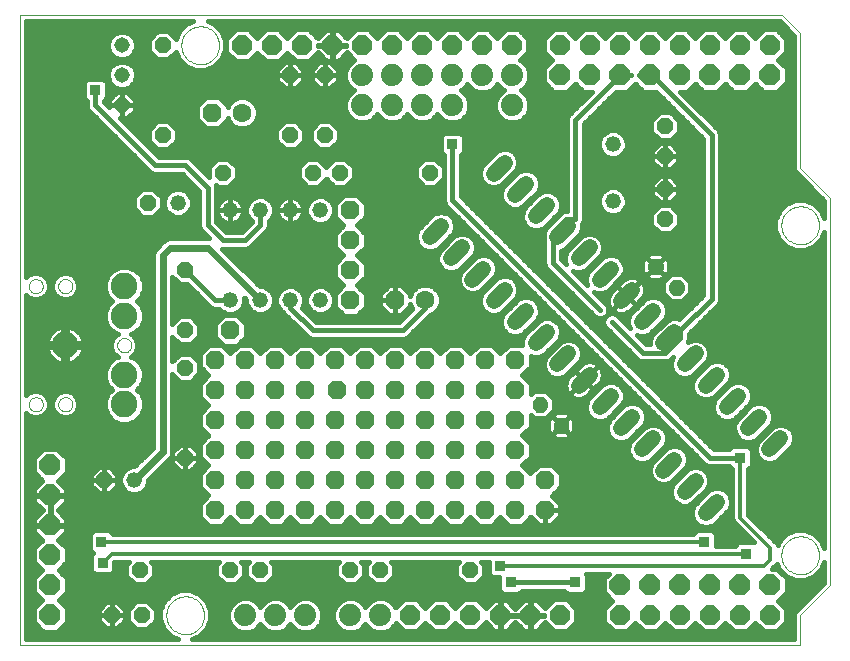
<source format=gtl>
G75*
G70*
%OFA0B0*%
%FSLAX24Y24*%
%IPPOS*%
%LPD*%
%AMOC8*
5,1,8,0,0,1.08239X$1,22.5*
%
%ADD10C,0.0000*%
%ADD11C,0.0520*%
%ADD12OC8,0.0520*%
%ADD13OC8,0.0630*%
%ADD14C,0.0630*%
%ADD15OC8,0.0660*%
%ADD16C,0.0104*%
%ADD17OC8,0.0700*%
%ADD18OC8,0.0515*%
%ADD19C,0.0515*%
%ADD20C,0.0740*%
%ADD21C,0.0886*%
%ADD22C,0.0520*%
%ADD23C,0.0160*%
%ADD24C,0.0240*%
%ADD25R,0.0356X0.0356*%
%ADD26C,0.0121*%
D10*
X001199Y000500D02*
X001199Y021496D01*
X026599Y021501D01*
X027199Y020900D01*
X027199Y016400D01*
X028199Y015400D01*
X028199Y002500D01*
X027199Y001500D01*
X027199Y000500D01*
X001199Y000500D01*
X006069Y001500D02*
X006071Y001550D01*
X006077Y001600D01*
X006087Y001649D01*
X006101Y001697D01*
X006118Y001744D01*
X006139Y001789D01*
X006164Y001833D01*
X006192Y001874D01*
X006224Y001913D01*
X006258Y001950D01*
X006295Y001984D01*
X006335Y002014D01*
X006377Y002041D01*
X006421Y002065D01*
X006467Y002086D01*
X006514Y002102D01*
X006562Y002115D01*
X006612Y002124D01*
X006661Y002129D01*
X006712Y002130D01*
X006762Y002127D01*
X006811Y002120D01*
X006860Y002109D01*
X006908Y002094D01*
X006954Y002076D01*
X006999Y002054D01*
X007042Y002028D01*
X007083Y001999D01*
X007122Y001967D01*
X007158Y001932D01*
X007190Y001894D01*
X007220Y001854D01*
X007247Y001811D01*
X007270Y001767D01*
X007289Y001721D01*
X007305Y001673D01*
X007317Y001624D01*
X007325Y001575D01*
X007329Y001525D01*
X007329Y001475D01*
X007325Y001425D01*
X007317Y001376D01*
X007305Y001327D01*
X007289Y001279D01*
X007270Y001233D01*
X007247Y001189D01*
X007220Y001146D01*
X007190Y001106D01*
X007158Y001068D01*
X007122Y001033D01*
X007083Y001001D01*
X007042Y000972D01*
X006999Y000946D01*
X006954Y000924D01*
X006908Y000906D01*
X006860Y000891D01*
X006811Y000880D01*
X006762Y000873D01*
X006712Y000870D01*
X006661Y000871D01*
X006612Y000876D01*
X006562Y000885D01*
X006514Y000898D01*
X006467Y000914D01*
X006421Y000935D01*
X006377Y000959D01*
X006335Y000986D01*
X006295Y001016D01*
X006258Y001050D01*
X006224Y001087D01*
X006192Y001126D01*
X006164Y001167D01*
X006139Y001211D01*
X006118Y001256D01*
X006101Y001303D01*
X006087Y001351D01*
X006077Y001400D01*
X006071Y001450D01*
X006069Y001500D01*
X002463Y008531D02*
X002465Y008561D01*
X002471Y008591D01*
X002480Y008620D01*
X002493Y008647D01*
X002510Y008672D01*
X002529Y008695D01*
X002552Y008716D01*
X002577Y008733D01*
X002603Y008747D01*
X002632Y008757D01*
X002661Y008764D01*
X002691Y008767D01*
X002722Y008766D01*
X002752Y008761D01*
X002781Y008752D01*
X002808Y008740D01*
X002834Y008725D01*
X002858Y008706D01*
X002879Y008684D01*
X002897Y008660D01*
X002912Y008633D01*
X002923Y008605D01*
X002931Y008576D01*
X002935Y008546D01*
X002935Y008516D01*
X002931Y008486D01*
X002923Y008457D01*
X002912Y008429D01*
X002897Y008402D01*
X002879Y008378D01*
X002858Y008356D01*
X002834Y008337D01*
X002808Y008322D01*
X002781Y008310D01*
X002752Y008301D01*
X002722Y008296D01*
X002691Y008295D01*
X002661Y008298D01*
X002632Y008305D01*
X002603Y008315D01*
X002577Y008329D01*
X002552Y008346D01*
X002529Y008367D01*
X002510Y008390D01*
X002493Y008415D01*
X002480Y008442D01*
X002471Y008471D01*
X002465Y008501D01*
X002463Y008531D01*
X001479Y008531D02*
X001481Y008561D01*
X001487Y008591D01*
X001496Y008620D01*
X001509Y008647D01*
X001526Y008672D01*
X001545Y008695D01*
X001568Y008716D01*
X001593Y008733D01*
X001619Y008747D01*
X001648Y008757D01*
X001677Y008764D01*
X001707Y008767D01*
X001738Y008766D01*
X001768Y008761D01*
X001797Y008752D01*
X001824Y008740D01*
X001850Y008725D01*
X001874Y008706D01*
X001895Y008684D01*
X001913Y008660D01*
X001928Y008633D01*
X001939Y008605D01*
X001947Y008576D01*
X001951Y008546D01*
X001951Y008516D01*
X001947Y008486D01*
X001939Y008457D01*
X001928Y008429D01*
X001913Y008402D01*
X001895Y008378D01*
X001874Y008356D01*
X001850Y008337D01*
X001824Y008322D01*
X001797Y008310D01*
X001768Y008301D01*
X001738Y008296D01*
X001707Y008295D01*
X001677Y008298D01*
X001648Y008305D01*
X001619Y008315D01*
X001593Y008329D01*
X001568Y008346D01*
X001545Y008367D01*
X001526Y008390D01*
X001509Y008415D01*
X001496Y008442D01*
X001487Y008471D01*
X001481Y008501D01*
X001479Y008531D01*
X004432Y010500D02*
X004434Y010530D01*
X004440Y010560D01*
X004449Y010589D01*
X004462Y010616D01*
X004479Y010641D01*
X004498Y010664D01*
X004521Y010685D01*
X004546Y010702D01*
X004572Y010716D01*
X004601Y010726D01*
X004630Y010733D01*
X004660Y010736D01*
X004691Y010735D01*
X004721Y010730D01*
X004750Y010721D01*
X004777Y010709D01*
X004803Y010694D01*
X004827Y010675D01*
X004848Y010653D01*
X004866Y010629D01*
X004881Y010602D01*
X004892Y010574D01*
X004900Y010545D01*
X004904Y010515D01*
X004904Y010485D01*
X004900Y010455D01*
X004892Y010426D01*
X004881Y010398D01*
X004866Y010371D01*
X004848Y010347D01*
X004827Y010325D01*
X004803Y010306D01*
X004777Y010291D01*
X004750Y010279D01*
X004721Y010270D01*
X004691Y010265D01*
X004660Y010264D01*
X004630Y010267D01*
X004601Y010274D01*
X004572Y010284D01*
X004546Y010298D01*
X004521Y010315D01*
X004498Y010336D01*
X004479Y010359D01*
X004462Y010384D01*
X004449Y010411D01*
X004440Y010440D01*
X004434Y010470D01*
X004432Y010500D01*
X002463Y012469D02*
X002465Y012499D01*
X002471Y012529D01*
X002480Y012558D01*
X002493Y012585D01*
X002510Y012610D01*
X002529Y012633D01*
X002552Y012654D01*
X002577Y012671D01*
X002603Y012685D01*
X002632Y012695D01*
X002661Y012702D01*
X002691Y012705D01*
X002722Y012704D01*
X002752Y012699D01*
X002781Y012690D01*
X002808Y012678D01*
X002834Y012663D01*
X002858Y012644D01*
X002879Y012622D01*
X002897Y012598D01*
X002912Y012571D01*
X002923Y012543D01*
X002931Y012514D01*
X002935Y012484D01*
X002935Y012454D01*
X002931Y012424D01*
X002923Y012395D01*
X002912Y012367D01*
X002897Y012340D01*
X002879Y012316D01*
X002858Y012294D01*
X002834Y012275D01*
X002808Y012260D01*
X002781Y012248D01*
X002752Y012239D01*
X002722Y012234D01*
X002691Y012233D01*
X002661Y012236D01*
X002632Y012243D01*
X002603Y012253D01*
X002577Y012267D01*
X002552Y012284D01*
X002529Y012305D01*
X002510Y012328D01*
X002493Y012353D01*
X002480Y012380D01*
X002471Y012409D01*
X002465Y012439D01*
X002463Y012469D01*
X001479Y012469D02*
X001481Y012499D01*
X001487Y012529D01*
X001496Y012558D01*
X001509Y012585D01*
X001526Y012610D01*
X001545Y012633D01*
X001568Y012654D01*
X001593Y012671D01*
X001619Y012685D01*
X001648Y012695D01*
X001677Y012702D01*
X001707Y012705D01*
X001738Y012704D01*
X001768Y012699D01*
X001797Y012690D01*
X001824Y012678D01*
X001850Y012663D01*
X001874Y012644D01*
X001895Y012622D01*
X001913Y012598D01*
X001928Y012571D01*
X001939Y012543D01*
X001947Y012514D01*
X001951Y012484D01*
X001951Y012454D01*
X001947Y012424D01*
X001939Y012395D01*
X001928Y012367D01*
X001913Y012340D01*
X001895Y012316D01*
X001874Y012294D01*
X001850Y012275D01*
X001824Y012260D01*
X001797Y012248D01*
X001768Y012239D01*
X001738Y012234D01*
X001707Y012233D01*
X001677Y012236D01*
X001648Y012243D01*
X001619Y012253D01*
X001593Y012267D01*
X001568Y012284D01*
X001545Y012305D01*
X001526Y012328D01*
X001509Y012353D01*
X001496Y012380D01*
X001487Y012409D01*
X001481Y012439D01*
X001479Y012469D01*
X006569Y020500D02*
X006571Y020550D01*
X006577Y020600D01*
X006587Y020649D01*
X006601Y020697D01*
X006618Y020744D01*
X006639Y020789D01*
X006664Y020833D01*
X006692Y020874D01*
X006724Y020913D01*
X006758Y020950D01*
X006795Y020984D01*
X006835Y021014D01*
X006877Y021041D01*
X006921Y021065D01*
X006967Y021086D01*
X007014Y021102D01*
X007062Y021115D01*
X007112Y021124D01*
X007161Y021129D01*
X007212Y021130D01*
X007262Y021127D01*
X007311Y021120D01*
X007360Y021109D01*
X007408Y021094D01*
X007454Y021076D01*
X007499Y021054D01*
X007542Y021028D01*
X007583Y020999D01*
X007622Y020967D01*
X007658Y020932D01*
X007690Y020894D01*
X007720Y020854D01*
X007747Y020811D01*
X007770Y020767D01*
X007789Y020721D01*
X007805Y020673D01*
X007817Y020624D01*
X007825Y020575D01*
X007829Y020525D01*
X007829Y020475D01*
X007825Y020425D01*
X007817Y020376D01*
X007805Y020327D01*
X007789Y020279D01*
X007770Y020233D01*
X007747Y020189D01*
X007720Y020146D01*
X007690Y020106D01*
X007658Y020068D01*
X007622Y020033D01*
X007583Y020001D01*
X007542Y019972D01*
X007499Y019946D01*
X007454Y019924D01*
X007408Y019906D01*
X007360Y019891D01*
X007311Y019880D01*
X007262Y019873D01*
X007212Y019870D01*
X007161Y019871D01*
X007112Y019876D01*
X007062Y019885D01*
X007014Y019898D01*
X006967Y019914D01*
X006921Y019935D01*
X006877Y019959D01*
X006835Y019986D01*
X006795Y020016D01*
X006758Y020050D01*
X006724Y020087D01*
X006692Y020126D01*
X006664Y020167D01*
X006639Y020211D01*
X006618Y020256D01*
X006601Y020303D01*
X006587Y020351D01*
X006577Y020400D01*
X006571Y020450D01*
X006569Y020500D01*
X026569Y014500D02*
X026571Y014550D01*
X026577Y014600D01*
X026587Y014649D01*
X026601Y014697D01*
X026618Y014744D01*
X026639Y014789D01*
X026664Y014833D01*
X026692Y014874D01*
X026724Y014913D01*
X026758Y014950D01*
X026795Y014984D01*
X026835Y015014D01*
X026877Y015041D01*
X026921Y015065D01*
X026967Y015086D01*
X027014Y015102D01*
X027062Y015115D01*
X027112Y015124D01*
X027161Y015129D01*
X027212Y015130D01*
X027262Y015127D01*
X027311Y015120D01*
X027360Y015109D01*
X027408Y015094D01*
X027454Y015076D01*
X027499Y015054D01*
X027542Y015028D01*
X027583Y014999D01*
X027622Y014967D01*
X027658Y014932D01*
X027690Y014894D01*
X027720Y014854D01*
X027747Y014811D01*
X027770Y014767D01*
X027789Y014721D01*
X027805Y014673D01*
X027817Y014624D01*
X027825Y014575D01*
X027829Y014525D01*
X027829Y014475D01*
X027825Y014425D01*
X027817Y014376D01*
X027805Y014327D01*
X027789Y014279D01*
X027770Y014233D01*
X027747Y014189D01*
X027720Y014146D01*
X027690Y014106D01*
X027658Y014068D01*
X027622Y014033D01*
X027583Y014001D01*
X027542Y013972D01*
X027499Y013946D01*
X027454Y013924D01*
X027408Y013906D01*
X027360Y013891D01*
X027311Y013880D01*
X027262Y013873D01*
X027212Y013870D01*
X027161Y013871D01*
X027112Y013876D01*
X027062Y013885D01*
X027014Y013898D01*
X026967Y013914D01*
X026921Y013935D01*
X026877Y013959D01*
X026835Y013986D01*
X026795Y014016D01*
X026758Y014050D01*
X026724Y014087D01*
X026692Y014126D01*
X026664Y014167D01*
X026639Y014211D01*
X026618Y014256D01*
X026601Y014303D01*
X026587Y014351D01*
X026577Y014400D01*
X026571Y014450D01*
X026569Y014500D01*
X026569Y003500D02*
X026571Y003550D01*
X026577Y003600D01*
X026587Y003649D01*
X026601Y003697D01*
X026618Y003744D01*
X026639Y003789D01*
X026664Y003833D01*
X026692Y003874D01*
X026724Y003913D01*
X026758Y003950D01*
X026795Y003984D01*
X026835Y004014D01*
X026877Y004041D01*
X026921Y004065D01*
X026967Y004086D01*
X027014Y004102D01*
X027062Y004115D01*
X027112Y004124D01*
X027161Y004129D01*
X027212Y004130D01*
X027262Y004127D01*
X027311Y004120D01*
X027360Y004109D01*
X027408Y004094D01*
X027454Y004076D01*
X027499Y004054D01*
X027542Y004028D01*
X027583Y003999D01*
X027622Y003967D01*
X027658Y003932D01*
X027690Y003894D01*
X027720Y003854D01*
X027747Y003811D01*
X027770Y003767D01*
X027789Y003721D01*
X027805Y003673D01*
X027817Y003624D01*
X027825Y003575D01*
X027829Y003525D01*
X027829Y003475D01*
X027825Y003425D01*
X027817Y003376D01*
X027805Y003327D01*
X027789Y003279D01*
X027770Y003233D01*
X027747Y003189D01*
X027720Y003146D01*
X027690Y003106D01*
X027658Y003068D01*
X027622Y003033D01*
X027583Y003001D01*
X027542Y002972D01*
X027499Y002946D01*
X027454Y002924D01*
X027408Y002906D01*
X027360Y002891D01*
X027311Y002880D01*
X027262Y002873D01*
X027212Y002870D01*
X027161Y002871D01*
X027112Y002876D01*
X027062Y002885D01*
X027014Y002898D01*
X026967Y002914D01*
X026921Y002935D01*
X026877Y002959D01*
X026835Y002986D01*
X026795Y003016D01*
X026758Y003050D01*
X026724Y003087D01*
X026692Y003126D01*
X026664Y003167D01*
X026639Y003211D01*
X026618Y003256D01*
X026601Y003303D01*
X026587Y003351D01*
X026577Y003400D01*
X026571Y003450D01*
X026569Y003500D01*
D11*
X020949Y015300D03*
X020949Y017200D03*
X011199Y015000D03*
X010199Y015000D03*
X009199Y015000D03*
X008199Y015000D03*
X006449Y015250D03*
X008199Y012000D03*
X009199Y012000D03*
X010199Y012000D03*
X011199Y012000D03*
X004999Y006000D03*
D12*
X003999Y006000D03*
X006699Y006750D03*
X006699Y009750D03*
X006699Y011000D03*
X006699Y013000D03*
X005449Y015250D03*
X007949Y016250D03*
X010199Y017500D03*
X011349Y017500D03*
X010949Y016250D03*
X011849Y016250D03*
X014849Y016250D03*
X011349Y019500D03*
X010199Y019500D03*
X005949Y020500D03*
X005949Y017500D03*
X022699Y017800D03*
X022699Y016800D03*
X022699Y015700D03*
X022699Y014700D03*
X016199Y003000D03*
X013199Y003000D03*
X012199Y003000D03*
X009199Y003000D03*
X008199Y003000D03*
X005199Y003000D03*
X005249Y001500D03*
X004249Y001500D03*
D13*
X007699Y005000D03*
X008699Y005000D03*
X008699Y006000D03*
X007699Y006000D03*
X007699Y007000D03*
X008699Y007000D03*
X008699Y008000D03*
X007699Y008000D03*
X007699Y009000D03*
X008699Y009000D03*
X009699Y009000D03*
X010699Y009000D03*
X011749Y009000D03*
X012699Y009000D03*
X013699Y009000D03*
X014699Y009000D03*
X015699Y009000D03*
X016699Y009000D03*
X017699Y009000D03*
X017699Y008000D03*
X016699Y008000D03*
X015699Y008000D03*
X014699Y008000D03*
X013699Y008000D03*
X012699Y008000D03*
X011699Y008000D03*
X010699Y008000D03*
X009699Y008000D03*
X009699Y007000D03*
X010699Y007000D03*
X011699Y007000D03*
X012699Y007000D03*
X013699Y007000D03*
X014699Y007000D03*
X015699Y007000D03*
X016699Y007000D03*
X017699Y007000D03*
X017699Y006000D03*
X018699Y006000D03*
X018699Y005000D03*
X017699Y005000D03*
X016699Y005000D03*
X015699Y005000D03*
X014699Y005000D03*
X013699Y005000D03*
X012699Y005000D03*
X011699Y005000D03*
X010699Y005000D03*
X009699Y005000D03*
X009699Y006000D03*
X010699Y006000D03*
X011699Y006000D03*
X012699Y006000D03*
X013699Y006000D03*
X014699Y006000D03*
X015699Y006000D03*
X016699Y006000D03*
X016699Y010000D03*
X015699Y010000D03*
X014699Y010000D03*
X013699Y010000D03*
X012699Y010000D03*
X011699Y010000D03*
X010699Y010000D03*
X009699Y010000D03*
X008699Y010000D03*
X007699Y010000D03*
X008199Y011000D03*
X012199Y012000D03*
X012199Y013000D03*
X012199Y014000D03*
X012199Y015000D03*
X013699Y012000D03*
X017699Y010000D03*
X007599Y018250D03*
D14*
X008599Y018250D03*
X014699Y012000D03*
D15*
X014599Y020500D03*
X015599Y020500D03*
X016599Y020500D03*
X017599Y020500D03*
X019199Y020500D03*
X020199Y020500D03*
X021199Y020500D03*
X022199Y020500D03*
X023199Y020500D03*
X024199Y020500D03*
X025199Y020500D03*
X026199Y020500D03*
X013599Y020500D03*
X012599Y020500D03*
X011599Y020500D03*
X010599Y020500D03*
X009599Y020500D03*
X008599Y020500D03*
X014199Y001500D03*
X015199Y001500D03*
X016199Y001500D03*
X017199Y001500D03*
X018199Y001500D03*
X019199Y001500D03*
X021199Y001500D03*
X022199Y001500D03*
X023199Y001500D03*
X024199Y001500D03*
X025199Y001500D03*
X026199Y001500D03*
D16*
X019262Y007666D02*
X019314Y007614D01*
X019142Y007614D01*
X019021Y007735D01*
X019021Y007907D01*
X019142Y008028D01*
X019314Y008028D01*
X019435Y007907D01*
X019435Y007735D01*
X019314Y007614D01*
X019282Y007692D01*
X019174Y007692D01*
X019099Y007767D01*
X019099Y007875D01*
X019174Y007950D01*
X019282Y007950D01*
X019357Y007875D01*
X019357Y007767D01*
X019282Y007692D01*
X019249Y007770D01*
X019207Y007770D01*
X019177Y007800D01*
X019177Y007842D01*
X019207Y007872D01*
X019249Y007872D01*
X019279Y007842D01*
X019279Y007800D01*
X019249Y007770D01*
X018555Y008374D02*
X018607Y008322D01*
X018435Y008322D01*
X018314Y008443D01*
X018314Y008615D01*
X018435Y008736D01*
X018607Y008736D01*
X018728Y008615D01*
X018728Y008443D01*
X018607Y008322D01*
X018575Y008400D01*
X018467Y008400D01*
X018392Y008475D01*
X018392Y008583D01*
X018467Y008658D01*
X018575Y008658D01*
X018650Y008583D01*
X018650Y008475D01*
X018575Y008400D01*
X018542Y008478D01*
X018500Y008478D01*
X018470Y008508D01*
X018470Y008550D01*
X018500Y008580D01*
X018542Y008580D01*
X018572Y008550D01*
X018572Y008508D01*
X018542Y008478D01*
X023044Y012576D02*
X022992Y012628D01*
X023164Y012628D01*
X023285Y012507D01*
X023285Y012335D01*
X023164Y012214D01*
X022992Y012214D01*
X022871Y012335D01*
X022871Y012507D01*
X022992Y012628D01*
X023024Y012550D01*
X023132Y012550D01*
X023207Y012475D01*
X023207Y012367D01*
X023132Y012292D01*
X023024Y012292D01*
X022949Y012367D01*
X022949Y012475D01*
X023024Y012550D01*
X023057Y012472D01*
X023099Y012472D01*
X023129Y012442D01*
X023129Y012400D01*
X023099Y012370D01*
X023057Y012370D01*
X023027Y012400D01*
X023027Y012442D01*
X023057Y012472D01*
X022337Y013284D02*
X022285Y013336D01*
X022457Y013336D01*
X022578Y013215D01*
X022578Y013043D01*
X022457Y012922D01*
X022285Y012922D01*
X022164Y013043D01*
X022164Y013215D01*
X022285Y013336D01*
X022317Y013258D01*
X022425Y013258D01*
X022500Y013183D01*
X022500Y013075D01*
X022425Y013000D01*
X022317Y013000D01*
X022242Y013075D01*
X022242Y013183D01*
X022317Y013258D01*
X022350Y013180D01*
X022392Y013180D01*
X022422Y013150D01*
X022422Y013108D01*
X022392Y013078D01*
X022350Y013078D01*
X022320Y013108D01*
X022320Y013150D01*
X022350Y013180D01*
D17*
X022199Y019500D03*
X023199Y019500D03*
X024199Y019500D03*
X025199Y019500D03*
X026199Y019500D03*
X021199Y019500D03*
X020199Y019500D03*
X019199Y019500D03*
X002199Y006500D03*
X002199Y005500D03*
X002199Y004500D03*
X002199Y003500D03*
X002199Y002500D03*
X002199Y001500D03*
X021199Y002500D03*
X022199Y002500D03*
X023199Y002500D03*
X024199Y002500D03*
X025199Y002500D03*
X026199Y002500D03*
D18*
X004587Y018500D03*
D19*
X004587Y019500D03*
X004587Y020500D03*
D20*
X012599Y019500D03*
X013599Y019500D03*
X013599Y018500D03*
X012599Y018500D03*
X014599Y018500D03*
X015599Y018500D03*
X015599Y019500D03*
X014599Y019500D03*
X016599Y019500D03*
X017599Y019500D03*
X017599Y018500D03*
X013199Y001500D03*
X012199Y001500D03*
X010699Y001500D03*
X009699Y001500D03*
X008699Y001500D03*
D21*
X004668Y008531D03*
X004668Y009516D03*
X002699Y010500D03*
X004668Y011484D03*
X004668Y012469D03*
D22*
X014858Y014102D02*
X015226Y014469D01*
X015933Y013762D02*
X015565Y013395D01*
X016273Y012687D02*
X016640Y013055D01*
X017347Y012348D02*
X016980Y011980D01*
X017687Y011273D02*
X018054Y011641D01*
X018762Y010934D02*
X018394Y010566D01*
X019101Y009859D02*
X019469Y010227D01*
X020176Y009520D02*
X019808Y009152D01*
X020515Y008445D02*
X020883Y008813D01*
X021590Y008105D02*
X021222Y007738D01*
X021929Y007031D02*
X022297Y007398D01*
X023004Y006691D02*
X022637Y006324D01*
X023344Y005616D02*
X023711Y005984D01*
X024418Y005277D02*
X024051Y004909D01*
X026172Y007031D02*
X026540Y007398D01*
X025833Y008105D02*
X025465Y007738D01*
X024758Y008445D02*
X025126Y008813D01*
X024418Y009520D02*
X024051Y009152D01*
X023344Y009859D02*
X023711Y010227D01*
X023004Y010934D02*
X022637Y010566D01*
X021929Y011273D02*
X022297Y011641D01*
X021590Y012348D02*
X021222Y011980D01*
X020515Y012687D02*
X020883Y013055D01*
X020176Y013762D02*
X019808Y013395D01*
X019101Y014102D02*
X019469Y014469D01*
X018762Y015176D02*
X018394Y014809D01*
X017687Y015516D02*
X018054Y015884D01*
X017347Y016591D02*
X016980Y016223D01*
D23*
X016560Y016033D02*
X015879Y016033D01*
X015879Y015875D02*
X016678Y015875D01*
X016719Y015833D02*
X016888Y015763D01*
X017071Y015763D01*
X017240Y015833D01*
X017737Y016330D01*
X017807Y016499D01*
X017807Y016682D01*
X017737Y016851D01*
X017608Y016981D01*
X017439Y017051D01*
X017256Y017051D01*
X017087Y016981D01*
X016590Y016484D01*
X016520Y016315D01*
X016520Y016132D01*
X016590Y015962D01*
X016719Y015833D01*
X016520Y016192D02*
X015879Y016192D01*
X015879Y016350D02*
X016534Y016350D01*
X016615Y016509D02*
X015879Y016509D01*
X015879Y016667D02*
X016773Y016667D01*
X016932Y016826D02*
X015879Y016826D01*
X015879Y016841D02*
X015977Y016939D01*
X015977Y017461D01*
X015860Y017578D01*
X015338Y017578D01*
X015221Y017461D01*
X015221Y016939D01*
X015319Y016841D01*
X015319Y015294D01*
X015362Y015191D01*
X015440Y015113D01*
X023962Y006591D01*
X024040Y006513D01*
X024143Y006470D01*
X024840Y006470D01*
X024938Y006372D01*
X024938Y006372D01*
X024938Y004698D01*
X024978Y004602D01*
X025652Y003928D01*
X025138Y003928D01*
X025021Y003811D01*
X025021Y003811D01*
X024377Y003811D01*
X024377Y004211D01*
X024260Y004328D01*
X023738Y004328D01*
X023621Y004211D01*
X023621Y004211D01*
X004277Y004211D01*
X004160Y004328D01*
X003638Y004328D01*
X003521Y004211D01*
X003521Y003689D01*
X003635Y003575D01*
X003571Y003511D01*
X003571Y002989D01*
X003688Y002872D01*
X004210Y002872D01*
X004327Y002989D01*
X004327Y003260D01*
X004357Y003289D01*
X004838Y003289D01*
X004739Y003191D01*
X004739Y002809D01*
X005009Y002540D01*
X005390Y002540D01*
X005659Y002809D01*
X005659Y003191D01*
X005560Y003289D01*
X007838Y003289D01*
X007739Y003191D01*
X007739Y002809D01*
X008009Y002540D01*
X008390Y002540D01*
X008659Y002809D01*
X008659Y003191D01*
X008560Y003289D01*
X008838Y003289D01*
X008739Y003191D01*
X008739Y002809D01*
X009009Y002540D01*
X009390Y002540D01*
X009659Y002809D01*
X009659Y003191D01*
X009560Y003289D01*
X011838Y003289D01*
X011739Y003191D01*
X011739Y002809D01*
X012009Y002540D01*
X012390Y002540D01*
X012659Y002809D01*
X012659Y003191D01*
X012560Y003289D01*
X012838Y003289D01*
X012739Y003191D01*
X012739Y002809D01*
X013009Y002540D01*
X013390Y002540D01*
X013659Y002809D01*
X013659Y003191D01*
X013560Y003289D01*
X015838Y003289D01*
X015739Y003191D01*
X015739Y002809D01*
X016009Y002540D01*
X016390Y002540D01*
X016659Y002809D01*
X016659Y003191D01*
X016560Y003289D01*
X016821Y003289D01*
X016821Y002889D01*
X016938Y002772D01*
X017171Y002772D01*
X017171Y002339D01*
X017288Y002222D01*
X017810Y002222D01*
X017908Y002320D01*
X019340Y002320D01*
X019438Y002222D01*
X019960Y002222D01*
X020077Y002339D01*
X020077Y002861D01*
X020049Y002889D01*
X020811Y002889D01*
X020649Y002728D01*
X020649Y002272D01*
X020935Y001986D01*
X020669Y001720D01*
X020669Y001280D01*
X020980Y000970D01*
X021419Y000970D01*
X021699Y001250D01*
X021980Y000970D01*
X022419Y000970D01*
X022699Y001250D01*
X022980Y000970D01*
X023419Y000970D01*
X023699Y001250D01*
X023980Y000970D01*
X024419Y000970D01*
X024699Y001250D01*
X024980Y000970D01*
X025419Y000970D01*
X025699Y001250D01*
X025980Y000970D01*
X026419Y000970D01*
X026729Y001280D01*
X026729Y001720D01*
X026463Y001986D01*
X026749Y002272D01*
X026749Y002728D01*
X026427Y003050D01*
X026243Y003050D01*
X026304Y003111D01*
X026347Y003129D01*
X026420Y003202D01*
X026422Y003207D01*
X026495Y003030D01*
X026729Y002796D01*
X027034Y002670D01*
X027364Y002670D01*
X027669Y002796D01*
X027903Y003030D01*
X027999Y003263D01*
X027999Y002583D01*
X027061Y001645D01*
X026999Y001583D01*
X026999Y001583D01*
X026999Y001583D01*
X026999Y001500D01*
X026999Y000700D01*
X006936Y000700D01*
X007169Y000796D01*
X007403Y001030D01*
X007529Y001335D01*
X007529Y001665D01*
X007403Y001970D01*
X007169Y002204D01*
X006864Y002330D01*
X006534Y002330D01*
X006229Y002204D01*
X005995Y001970D01*
X005869Y001665D01*
X005869Y001335D01*
X005995Y001030D01*
X006229Y000796D01*
X006462Y000700D01*
X001399Y000700D01*
X001399Y008230D01*
X001468Y008162D01*
X001628Y008095D01*
X001802Y008095D01*
X001962Y008162D01*
X002085Y008284D01*
X002151Y008445D01*
X002151Y008618D01*
X002085Y008779D01*
X001962Y008901D01*
X001802Y008968D01*
X001628Y008968D01*
X001468Y008901D01*
X001399Y008833D01*
X001399Y012167D01*
X001468Y012099D01*
X001628Y012032D01*
X001802Y012032D01*
X001962Y012099D01*
X002085Y012221D01*
X002151Y012382D01*
X002151Y012555D01*
X002085Y012716D01*
X001962Y012838D01*
X001802Y012905D01*
X001628Y012905D01*
X001468Y012838D01*
X001399Y012770D01*
X001399Y021296D01*
X006955Y021297D01*
X006729Y021204D01*
X006495Y020970D01*
X006388Y020711D01*
X006140Y020960D01*
X005759Y020960D01*
X005489Y020691D01*
X005489Y020309D01*
X005759Y020040D01*
X006140Y020040D01*
X006388Y020289D01*
X006495Y020030D01*
X006729Y019796D01*
X007034Y019670D01*
X007364Y019670D01*
X007669Y019796D01*
X007903Y020030D01*
X008029Y020335D01*
X008029Y020665D01*
X007903Y020970D01*
X007669Y021204D01*
X007443Y021297D01*
X026516Y021301D01*
X026999Y020817D01*
X026999Y016483D01*
X026999Y016389D01*
X026999Y016317D01*
X027057Y016259D01*
X027116Y016200D01*
X027116Y016200D01*
X027999Y015317D01*
X027999Y014737D01*
X027903Y014970D01*
X027669Y015204D01*
X027364Y015330D01*
X027034Y015330D01*
X026729Y015204D01*
X026495Y014970D01*
X026369Y014665D01*
X026369Y014335D01*
X026495Y014030D01*
X026729Y013796D01*
X027034Y013670D01*
X027364Y013670D01*
X027669Y013796D01*
X027903Y014030D01*
X027999Y014263D01*
X027999Y003737D01*
X027903Y003970D01*
X027669Y004204D01*
X027364Y004330D01*
X027034Y004330D01*
X026729Y004204D01*
X026495Y003970D01*
X026443Y003843D01*
X026420Y003898D01*
X026347Y003971D01*
X025460Y004858D01*
X025460Y006372D01*
X025577Y006489D01*
X025577Y007011D01*
X025460Y007128D01*
X024938Y007128D01*
X024840Y007030D01*
X024315Y007030D01*
X015879Y015466D01*
X015879Y016841D01*
X015977Y016984D02*
X017095Y016984D01*
X017600Y016984D02*
X019419Y016984D01*
X019419Y016826D02*
X017748Y016826D01*
X017807Y016667D02*
X019419Y016667D01*
X019419Y016509D02*
X017807Y016509D01*
X017746Y016350D02*
X019419Y016350D01*
X019419Y016192D02*
X018397Y016192D01*
X018444Y016144D02*
X018315Y016274D01*
X018146Y016344D01*
X017963Y016344D01*
X017794Y016274D01*
X017297Y015776D01*
X017227Y015607D01*
X017227Y015424D01*
X017297Y015255D01*
X017426Y015126D01*
X017595Y015056D01*
X017778Y015056D01*
X017947Y015126D01*
X018444Y015623D01*
X018514Y015792D01*
X018514Y015975D01*
X018444Y016144D01*
X018490Y016033D02*
X019419Y016033D01*
X019419Y015875D02*
X018514Y015875D01*
X018483Y015716D02*
X019419Y015716D01*
X019419Y015558D02*
X019031Y015558D01*
X019022Y015566D02*
X018853Y015636D01*
X018670Y015636D01*
X018501Y015566D01*
X018004Y015069D01*
X017934Y014900D01*
X017934Y014717D01*
X018004Y014548D01*
X018133Y014419D01*
X018302Y014349D01*
X018485Y014349D01*
X018654Y014419D01*
X019152Y014916D01*
X019222Y015085D01*
X019222Y015268D01*
X019152Y015437D01*
X019022Y015566D01*
X019167Y015399D02*
X019419Y015399D01*
X019419Y015241D02*
X019222Y015241D01*
X019220Y015082D02*
X019419Y015082D01*
X019419Y014980D02*
X019343Y014980D01*
X019240Y014937D01*
X019161Y014858D01*
X018790Y014487D01*
X018712Y014409D01*
X018669Y014306D01*
X018669Y014261D01*
X018641Y014193D01*
X018641Y014010D01*
X018669Y013942D01*
X018669Y013194D01*
X018712Y013091D01*
X018790Y013013D01*
X018790Y013013D01*
X020360Y011443D01*
X020463Y011400D01*
X020575Y011400D01*
X020678Y011443D01*
X020756Y011521D01*
X020799Y011624D01*
X020799Y011736D01*
X020756Y011839D01*
X020328Y012267D01*
X020424Y012227D01*
X020607Y012227D01*
X020776Y012298D01*
X021273Y012795D01*
X021343Y012964D01*
X021343Y013147D01*
X021273Y013316D01*
X021143Y013445D01*
X020974Y013515D01*
X020791Y013515D01*
X020622Y013445D01*
X020125Y012948D01*
X020055Y012779D01*
X020055Y012596D01*
X020095Y012500D01*
X019621Y012974D01*
X019717Y012935D01*
X019900Y012935D01*
X020069Y013005D01*
X020566Y013502D01*
X020636Y013671D01*
X020636Y013854D01*
X020566Y014023D01*
X020436Y014152D01*
X020267Y014222D01*
X020084Y014222D01*
X019915Y014152D01*
X019418Y013655D01*
X019348Y013486D01*
X019348Y013303D01*
X019388Y013207D01*
X019229Y013366D01*
X019229Y013657D01*
X019362Y013712D01*
X019859Y014209D01*
X019929Y014378D01*
X019929Y014533D01*
X019936Y014541D01*
X019979Y014644D01*
X019979Y017884D01*
X021045Y018950D01*
X021427Y018950D01*
X021699Y019222D01*
X021971Y018950D01*
X022403Y018950D01*
X023969Y017384D01*
X023969Y012166D01*
X023167Y011364D01*
X023096Y011394D01*
X022913Y011394D01*
X022744Y011324D01*
X022247Y010827D01*
X022177Y010658D01*
X022177Y010530D01*
X022065Y010530D01*
X021742Y010853D01*
X021838Y010813D01*
X022021Y010813D01*
X022190Y010883D01*
X022687Y011380D01*
X022757Y011549D01*
X022757Y011732D01*
X022687Y011902D01*
X022558Y012031D01*
X022389Y012101D01*
X022206Y012101D01*
X022037Y012031D01*
X021539Y011534D01*
X021469Y011365D01*
X021469Y011182D01*
X021509Y011086D01*
X021078Y011517D01*
X020975Y011560D01*
X020863Y011560D01*
X020760Y011517D01*
X020682Y011439D01*
X020639Y011336D01*
X020639Y011224D01*
X020682Y011121D01*
X021712Y010091D01*
X021790Y010013D01*
X021893Y009970D01*
X022755Y009970D01*
X022858Y010013D01*
X022936Y010091D01*
X022946Y010101D01*
X022884Y009951D01*
X022884Y009768D01*
X022954Y009598D01*
X023083Y009469D01*
X023252Y009399D01*
X023435Y009399D01*
X023604Y009469D01*
X024101Y009966D01*
X024171Y010135D01*
X024171Y010318D01*
X024101Y010487D01*
X023972Y010617D01*
X023803Y010687D01*
X023620Y010687D01*
X023451Y010617D01*
X023444Y010610D01*
X023479Y010694D01*
X023479Y010884D01*
X024486Y011891D01*
X024529Y011994D01*
X024529Y017556D01*
X024486Y017659D01*
X023195Y018950D01*
X023427Y018950D01*
X023699Y019222D01*
X023971Y018950D01*
X024427Y018950D01*
X024699Y019222D01*
X024971Y018950D01*
X025427Y018950D01*
X025699Y019222D01*
X025971Y018950D01*
X026427Y018950D01*
X026749Y019272D01*
X026749Y019728D01*
X026463Y020014D01*
X026729Y020280D01*
X026729Y020720D01*
X026419Y021030D01*
X025980Y021030D01*
X025699Y020750D01*
X025419Y021030D01*
X024980Y021030D01*
X024699Y020750D01*
X024419Y021030D01*
X023980Y021030D01*
X023699Y020750D01*
X023419Y021030D01*
X022980Y021030D01*
X022699Y020750D01*
X022419Y021030D01*
X021980Y021030D01*
X021699Y020750D01*
X021419Y021030D01*
X020980Y021030D01*
X020699Y020750D01*
X020419Y021030D01*
X019980Y021030D01*
X019699Y020750D01*
X019419Y021030D01*
X018980Y021030D01*
X018669Y020720D01*
X018669Y020280D01*
X018935Y020014D01*
X018649Y019728D01*
X018649Y019272D01*
X018971Y018950D01*
X019427Y018950D01*
X019699Y019222D01*
X019971Y018950D01*
X020253Y018950D01*
X019540Y018237D01*
X019462Y018159D01*
X019419Y018056D01*
X019419Y014980D01*
X019227Y014924D02*
X019155Y014924D01*
X019161Y014858D02*
X019161Y014858D01*
X019068Y014765D02*
X019001Y014765D01*
X018910Y014607D02*
X018842Y014607D01*
X018790Y014487D02*
X018790Y014487D01*
X018751Y014448D02*
X018684Y014448D01*
X018669Y014290D02*
X017056Y014290D01*
X017214Y014131D02*
X018641Y014131D01*
X018657Y013973D02*
X017373Y013973D01*
X017531Y013814D02*
X018669Y013814D01*
X018669Y013656D02*
X017690Y013656D01*
X017848Y013497D02*
X018669Y013497D01*
X018669Y013339D02*
X018007Y013339D01*
X018165Y013180D02*
X018675Y013180D01*
X018782Y013022D02*
X018324Y013022D01*
X018482Y012863D02*
X018940Y012863D01*
X019099Y012705D02*
X018641Y012705D01*
X018799Y012546D02*
X019257Y012546D01*
X019416Y012388D02*
X018958Y012388D01*
X019116Y012229D02*
X019574Y012229D01*
X019733Y012071D02*
X019275Y012071D01*
X019433Y011912D02*
X019891Y011912D01*
X020050Y011754D02*
X019592Y011754D01*
X019750Y011595D02*
X020208Y011595D01*
X020375Y011437D02*
X019909Y011437D01*
X020067Y011278D02*
X020639Y011278D01*
X020663Y011437D02*
X020681Y011437D01*
X020787Y011595D02*
X021009Y011595D01*
X020992Y011604D02*
X021053Y011573D01*
X021119Y011551D01*
X021188Y011540D01*
X021257Y011540D01*
X021325Y011551D01*
X021391Y011573D01*
X021453Y011604D01*
X021509Y011645D01*
X021717Y011853D01*
X021406Y012164D01*
X020911Y011669D01*
X020936Y011645D01*
X020992Y011604D01*
X020911Y011669D02*
X021406Y012164D01*
X021406Y012164D01*
X021406Y012164D01*
X021095Y012475D01*
X020887Y012267D01*
X020846Y012211D01*
X020815Y012149D01*
X020793Y012083D01*
X020782Y012015D01*
X020782Y011946D01*
X020793Y011877D01*
X020815Y011811D01*
X020846Y011750D01*
X020887Y011694D01*
X020911Y011669D01*
X020844Y011754D02*
X020792Y011754D01*
X020788Y011912D02*
X020683Y011912D01*
X020791Y012071D02*
X020525Y012071D01*
X020610Y012229D02*
X020859Y012229D01*
X020866Y012388D02*
X021007Y012388D01*
X021095Y012475D02*
X021406Y012164D01*
X021406Y012164D01*
X021717Y011853D01*
X021926Y012061D01*
X021966Y012117D01*
X021998Y012179D01*
X022019Y012245D01*
X022030Y012313D01*
X022030Y012383D01*
X022019Y012451D01*
X021998Y012517D01*
X021966Y012579D01*
X021926Y012635D01*
X021901Y012659D01*
X021406Y012164D01*
X021406Y012164D01*
X021901Y012659D01*
X021877Y012684D01*
X021821Y012724D01*
X021759Y012756D01*
X021693Y012777D01*
X021625Y012788D01*
X021555Y012788D01*
X021487Y012777D01*
X021421Y012756D01*
X021359Y012724D01*
X021303Y012684D01*
X021095Y012475D01*
X021024Y012546D02*
X021166Y012546D01*
X021183Y012388D02*
X021183Y012388D01*
X021341Y012229D02*
X021341Y012229D01*
X021471Y012229D02*
X021471Y012229D01*
X021500Y012071D02*
X021500Y012071D01*
X021312Y012071D02*
X021312Y012071D01*
X021154Y011912D02*
X021154Y011912D01*
X020995Y011754D02*
X020995Y011754D01*
X020519Y011680D02*
X018949Y013250D01*
X018949Y013950D01*
X019285Y014286D01*
X018949Y014250D02*
X018949Y013950D01*
X018949Y014250D02*
X019399Y014700D01*
X019699Y014700D01*
X019699Y018000D01*
X021199Y019500D01*
X021569Y019500D01*
X021829Y019500D02*
X022199Y019500D01*
X022449Y019300D01*
X024249Y017500D01*
X024249Y012050D01*
X023199Y011000D01*
X023199Y010750D01*
X022699Y010250D01*
X022699Y010629D01*
X022820Y010750D01*
X022539Y011120D02*
X022426Y011120D01*
X022381Y010961D02*
X022268Y010961D01*
X022237Y010803D02*
X021793Y010803D01*
X021951Y010644D02*
X022177Y010644D01*
X021949Y010250D02*
X022699Y010250D01*
X022851Y010010D02*
X022908Y010010D01*
X022884Y009852D02*
X021494Y009852D01*
X021335Y010010D02*
X021797Y010010D01*
X021635Y010169D02*
X021177Y010169D01*
X021018Y010327D02*
X021476Y010327D01*
X021318Y010486D02*
X020860Y010486D01*
X020701Y010644D02*
X021159Y010644D01*
X021001Y010803D02*
X020543Y010803D01*
X020384Y010961D02*
X020842Y010961D01*
X020684Y011120D02*
X020226Y011120D01*
X019751Y010803D02*
X019205Y010803D01*
X019222Y010842D02*
X019152Y010673D01*
X018654Y010176D01*
X018485Y010106D01*
X018302Y010106D01*
X018214Y010143D01*
X018214Y009787D01*
X017927Y009500D01*
X018214Y009213D01*
X018214Y008873D01*
X018330Y008989D01*
X018711Y008989D01*
X018980Y008719D01*
X018980Y008338D01*
X018711Y008069D01*
X018330Y008069D01*
X018214Y008184D01*
X018214Y007787D01*
X017927Y007500D01*
X018214Y007213D01*
X018214Y006787D01*
X017927Y006500D01*
X018199Y006228D01*
X018486Y006515D01*
X018912Y006515D01*
X019214Y006213D01*
X019214Y005787D01*
X018913Y005486D01*
X019194Y005205D01*
X019194Y005000D01*
X018699Y005000D01*
X018699Y005000D01*
X018699Y004505D01*
X018494Y004505D01*
X018213Y004786D01*
X017912Y004485D01*
X017486Y004485D01*
X017199Y004772D01*
X016912Y004485D01*
X016486Y004485D01*
X016199Y004772D01*
X015912Y004485D01*
X015486Y004485D01*
X015199Y004772D01*
X014912Y004485D01*
X014486Y004485D01*
X014199Y004772D01*
X013912Y004485D01*
X013486Y004485D01*
X013199Y004772D01*
X012912Y004485D01*
X012486Y004485D01*
X012199Y004772D01*
X011912Y004485D01*
X011486Y004485D01*
X011199Y004772D01*
X010912Y004485D01*
X010486Y004485D01*
X010199Y004772D01*
X009912Y004485D01*
X009486Y004485D01*
X009199Y004772D01*
X008912Y004485D01*
X008486Y004485D01*
X008199Y004772D01*
X007912Y004485D01*
X007486Y004485D01*
X007184Y004787D01*
X007184Y005213D01*
X007471Y005500D01*
X007184Y005787D01*
X007184Y006213D01*
X007471Y006500D01*
X007184Y006787D01*
X007184Y007213D01*
X007471Y007500D01*
X007184Y007787D01*
X007184Y008213D01*
X007471Y008500D01*
X007184Y008787D01*
X007184Y009213D01*
X007471Y009500D01*
X007184Y009787D01*
X007184Y010213D01*
X007486Y010515D01*
X007912Y010515D01*
X008199Y010228D01*
X008486Y010515D01*
X008912Y010515D01*
X009199Y010228D01*
X009486Y010515D01*
X009912Y010515D01*
X010199Y010228D01*
X010486Y010515D01*
X010912Y010515D01*
X011199Y010228D01*
X011486Y010515D01*
X011912Y010515D01*
X012199Y010228D01*
X012486Y010515D01*
X012912Y010515D01*
X013199Y010228D01*
X013486Y010515D01*
X013912Y010515D01*
X014199Y010228D01*
X014486Y010515D01*
X014912Y010515D01*
X015199Y010228D01*
X015486Y010515D01*
X015912Y010515D01*
X016199Y010228D01*
X016486Y010515D01*
X016912Y010515D01*
X017199Y010228D01*
X017486Y010515D01*
X017912Y010515D01*
X017934Y010493D01*
X017934Y010658D01*
X018004Y010827D01*
X018501Y011324D01*
X018670Y011394D01*
X018853Y011394D01*
X019022Y011324D01*
X019152Y011194D01*
X019222Y011025D01*
X019222Y010842D01*
X019222Y010961D02*
X019592Y010961D01*
X019434Y011120D02*
X019183Y011120D01*
X019275Y011278D02*
X019068Y011278D01*
X019117Y011437D02*
X018468Y011437D01*
X018444Y011380D02*
X018514Y011549D01*
X018514Y011732D01*
X018444Y011902D01*
X018315Y012031D01*
X018146Y012101D01*
X017963Y012101D01*
X017794Y012031D01*
X017297Y011534D01*
X017227Y011365D01*
X017227Y011182D01*
X017297Y011013D01*
X017426Y010883D01*
X017595Y010813D01*
X017778Y010813D01*
X017947Y010883D01*
X018444Y011380D01*
X018455Y011278D02*
X018342Y011278D01*
X018297Y011120D02*
X018184Y011120D01*
X018138Y010961D02*
X018025Y010961D01*
X017994Y010803D02*
X014148Y010803D01*
X014108Y010763D02*
X014850Y011505D01*
X014991Y011563D01*
X015136Y011708D01*
X015214Y011898D01*
X015214Y012102D01*
X015136Y012292D01*
X014991Y012437D01*
X014801Y012515D01*
X014597Y012515D01*
X014407Y012437D01*
X014262Y012292D01*
X014194Y012127D01*
X014194Y012205D01*
X013904Y012495D01*
X013699Y012495D01*
X013494Y012495D01*
X013204Y012205D01*
X013204Y012000D01*
X013204Y011795D01*
X013494Y011505D01*
X013699Y011505D01*
X013699Y012000D01*
X013204Y012000D01*
X013699Y012000D01*
X013699Y012000D01*
X013699Y012000D01*
X013699Y012495D01*
X013699Y012000D01*
X013699Y012000D01*
X013699Y011505D01*
X013904Y011505D01*
X014194Y011795D01*
X014194Y011873D01*
X014262Y011709D01*
X013833Y011280D01*
X011065Y011280D01*
X010594Y011751D01*
X010659Y011908D01*
X010659Y012091D01*
X010589Y012261D01*
X010460Y012390D01*
X010291Y012460D01*
X010108Y012460D01*
X009938Y012390D01*
X009809Y012261D01*
X009739Y012091D01*
X009739Y011908D01*
X009809Y011739D01*
X009938Y011610D01*
X009957Y011602D01*
X009962Y011591D01*
X010712Y010841D01*
X010790Y010763D01*
X010893Y010720D01*
X014005Y010720D01*
X014108Y010763D01*
X014306Y010961D02*
X017348Y010961D01*
X017253Y011120D02*
X014465Y011120D01*
X014623Y011278D02*
X017227Y011278D01*
X017257Y011437D02*
X014782Y011437D01*
X015022Y011595D02*
X016714Y011595D01*
X016719Y011590D02*
X016888Y011520D01*
X017071Y011520D01*
X017240Y011590D01*
X017737Y012087D01*
X017807Y012257D01*
X017807Y012440D01*
X017737Y012609D01*
X017608Y012738D01*
X017439Y012808D01*
X017256Y012808D01*
X017087Y012738D01*
X016590Y012241D01*
X016520Y012072D01*
X016520Y011889D01*
X016590Y011720D01*
X016719Y011590D01*
X016576Y011754D02*
X015154Y011754D01*
X015214Y011912D02*
X016520Y011912D01*
X016520Y012071D02*
X015214Y012071D01*
X015162Y012229D02*
X016177Y012229D01*
X016181Y012227D02*
X016364Y012227D01*
X016533Y012298D01*
X017030Y012795D01*
X017100Y012964D01*
X017100Y013147D01*
X017030Y013316D01*
X016901Y013445D01*
X016732Y013515D01*
X016549Y013515D01*
X016380Y013445D01*
X015883Y012948D01*
X015813Y012779D01*
X015813Y012596D01*
X015883Y012427D01*
X016012Y012298D01*
X016181Y012227D01*
X016368Y012229D02*
X016585Y012229D01*
X016623Y012388D02*
X016736Y012388D01*
X016782Y012546D02*
X016895Y012546D01*
X016940Y012705D02*
X017053Y012705D01*
X017059Y012863D02*
X017690Y012863D01*
X017641Y012705D02*
X017849Y012705D01*
X017763Y012546D02*
X018007Y012546D01*
X018166Y012388D02*
X017807Y012388D01*
X017796Y012229D02*
X018324Y012229D01*
X018219Y012071D02*
X018483Y012071D01*
X018434Y011912D02*
X018641Y011912D01*
X018506Y011754D02*
X018800Y011754D01*
X018958Y011595D02*
X018514Y011595D01*
X017889Y012071D02*
X017720Y012071D01*
X017675Y011912D02*
X017562Y011912D01*
X017517Y011754D02*
X017403Y011754D01*
X017358Y011595D02*
X017245Y011595D01*
X017934Y010644D02*
X008571Y010644D01*
X008456Y010486D02*
X008413Y010486D01*
X008412Y010485D02*
X008714Y010787D01*
X008714Y011213D01*
X008412Y011515D01*
X007986Y011515D01*
X007684Y011213D01*
X007684Y010787D01*
X007986Y010485D01*
X008412Y010485D01*
X008298Y010327D02*
X008100Y010327D01*
X007985Y010486D02*
X007942Y010486D01*
X007827Y010644D02*
X006994Y010644D01*
X006890Y010540D02*
X007159Y010809D01*
X007159Y011191D01*
X006890Y011460D01*
X006509Y011460D01*
X006269Y011221D01*
X006269Y012779D01*
X006509Y012540D01*
X006763Y012540D01*
X007540Y011763D01*
X007643Y011720D01*
X007829Y011720D01*
X007938Y011610D01*
X008108Y011540D01*
X008291Y011540D01*
X008460Y011610D01*
X008589Y011739D01*
X008659Y011908D01*
X008659Y012087D01*
X008739Y012007D01*
X008739Y011908D01*
X008809Y011739D01*
X008938Y011610D01*
X009108Y011540D01*
X009291Y011540D01*
X009460Y011610D01*
X009589Y011739D01*
X009659Y011908D01*
X009659Y012091D01*
X009589Y012261D01*
X009460Y012390D01*
X009291Y012460D01*
X009192Y012460D01*
X007932Y013720D01*
X008755Y013720D01*
X008858Y013763D01*
X009358Y014263D01*
X009436Y014341D01*
X009479Y014444D01*
X009479Y014629D01*
X009589Y014739D01*
X009659Y014908D01*
X009659Y015091D01*
X009589Y015261D01*
X009460Y015390D01*
X009291Y015460D01*
X009108Y015460D01*
X008938Y015390D01*
X008809Y015261D01*
X008739Y015091D01*
X008739Y014908D01*
X008809Y014739D01*
X008919Y014629D01*
X008919Y014616D01*
X008583Y014280D01*
X008065Y014280D01*
X007729Y014616D01*
X007729Y015806D01*
X007719Y015829D01*
X007759Y015790D01*
X008140Y015790D01*
X008409Y016059D01*
X008409Y016441D01*
X008140Y016710D01*
X007759Y016710D01*
X007489Y016441D01*
X007489Y016106D01*
X006858Y016737D01*
X006755Y016780D01*
X005815Y016780D01*
X004533Y018063D01*
X004587Y018063D01*
X004768Y018063D01*
X005024Y018319D01*
X005024Y018500D01*
X005024Y018681D01*
X004768Y018937D01*
X004587Y018937D01*
X004587Y018500D01*
X005024Y018500D01*
X004587Y018500D01*
X004587Y018500D01*
X004587Y018500D01*
X004587Y018063D01*
X004587Y018500D01*
X004587Y018500D01*
X004587Y018937D01*
X004406Y018937D01*
X004149Y018681D01*
X004149Y018500D01*
X004587Y018500D01*
X004149Y018500D01*
X004149Y018446D01*
X003979Y018616D01*
X003979Y018641D01*
X004077Y018739D01*
X004077Y019261D01*
X003960Y019378D01*
X003438Y019378D01*
X003321Y019261D01*
X003321Y018739D01*
X003419Y018641D01*
X003419Y018444D01*
X003462Y018341D01*
X005462Y016341D01*
X005540Y016263D01*
X005643Y016220D01*
X006583Y016220D01*
X007169Y015634D01*
X007169Y014444D01*
X007212Y014341D01*
X007483Y014070D01*
X006135Y014070D01*
X006018Y014021D01*
X005928Y013931D01*
X005678Y013681D01*
X005629Y013564D01*
X005629Y007083D01*
X005007Y006460D01*
X004908Y006460D01*
X004738Y006390D01*
X004609Y006261D01*
X004539Y006091D01*
X004539Y005908D01*
X004609Y005739D01*
X004738Y005610D01*
X004908Y005540D01*
X005091Y005540D01*
X005260Y005610D01*
X005389Y005739D01*
X005459Y005908D01*
X005459Y006007D01*
X006220Y006769D01*
X006259Y006862D01*
X006259Y006750D01*
X006259Y006568D01*
X006517Y006310D01*
X006699Y006310D01*
X006699Y006750D01*
X006259Y006750D01*
X006699Y006750D01*
X006699Y006750D01*
X006699Y007190D01*
X006517Y007190D01*
X006269Y006942D01*
X006269Y009529D01*
X006509Y009290D01*
X006890Y009290D01*
X007159Y009559D01*
X007159Y009941D01*
X006890Y010210D01*
X006509Y010210D01*
X006269Y009971D01*
X006269Y010779D01*
X006509Y010540D01*
X006890Y010540D01*
X007152Y010803D02*
X007684Y010803D01*
X007684Y010961D02*
X007159Y010961D01*
X007159Y011120D02*
X007684Y011120D01*
X007749Y011278D02*
X007072Y011278D01*
X006913Y011437D02*
X007907Y011437D01*
X007975Y011595D02*
X006269Y011595D01*
X006269Y011437D02*
X006485Y011437D01*
X006327Y011278D02*
X006269Y011278D01*
X006269Y011754D02*
X007562Y011754D01*
X007391Y011912D02*
X006269Y011912D01*
X006269Y012071D02*
X007233Y012071D01*
X007074Y012229D02*
X006269Y012229D01*
X006269Y012388D02*
X006916Y012388D01*
X006502Y012546D02*
X006269Y012546D01*
X006269Y012705D02*
X006344Y012705D01*
X006699Y013000D02*
X007699Y012000D01*
X008199Y012000D01*
X008423Y011595D02*
X008975Y011595D01*
X008803Y011754D02*
X008595Y011754D01*
X008659Y011912D02*
X008739Y011912D01*
X008676Y012071D02*
X008659Y012071D01*
X009106Y012546D02*
X011925Y012546D01*
X011971Y012500D02*
X011684Y012213D01*
X011684Y011787D01*
X011986Y011485D01*
X012412Y011485D01*
X012714Y011787D01*
X012714Y012213D01*
X012427Y012500D01*
X012714Y012787D01*
X012714Y013213D01*
X012427Y013500D01*
X012714Y013787D01*
X012714Y014213D01*
X012427Y014500D01*
X012714Y014787D01*
X012714Y015213D01*
X012412Y015515D01*
X011986Y015515D01*
X011684Y015213D01*
X011684Y014787D01*
X011971Y014500D01*
X011684Y014213D01*
X011684Y013787D01*
X011971Y013500D01*
X011684Y013213D01*
X011684Y012787D01*
X011971Y012500D01*
X011858Y012388D02*
X011462Y012388D01*
X011460Y012390D02*
X011291Y012460D01*
X011108Y012460D01*
X010938Y012390D01*
X010809Y012261D01*
X010739Y012091D01*
X010739Y011908D01*
X010809Y011739D01*
X010938Y011610D01*
X011108Y011540D01*
X011291Y011540D01*
X011460Y011610D01*
X011589Y011739D01*
X011659Y011908D01*
X011659Y012091D01*
X011589Y012261D01*
X011460Y012390D01*
X011602Y012229D02*
X011700Y012229D01*
X011684Y012071D02*
X011659Y012071D01*
X011659Y011912D02*
X011684Y011912D01*
X011717Y011754D02*
X011595Y011754D01*
X011423Y011595D02*
X011876Y011595D01*
X012522Y011595D02*
X013404Y011595D01*
X013246Y011754D02*
X012681Y011754D01*
X012714Y011912D02*
X013204Y011912D01*
X013204Y012071D02*
X012714Y012071D01*
X012698Y012229D02*
X013228Y012229D01*
X013387Y012388D02*
X012540Y012388D01*
X012473Y012546D02*
X015833Y012546D01*
X015813Y012705D02*
X012632Y012705D01*
X012714Y012863D02*
X015847Y012863D01*
X015826Y013005D02*
X015657Y012935D01*
X015474Y012935D01*
X015305Y013005D01*
X015175Y013134D01*
X015105Y013303D01*
X015105Y013486D01*
X015175Y013655D01*
X015673Y014152D01*
X015842Y014222D01*
X016025Y014222D01*
X016194Y014152D01*
X016323Y014023D01*
X016393Y013854D01*
X016393Y013671D01*
X016323Y013502D01*
X015826Y013005D01*
X015843Y013022D02*
X015956Y013022D01*
X016001Y013180D02*
X016115Y013180D01*
X016160Y013339D02*
X016273Y013339D01*
X016318Y013497D02*
X016505Y013497D01*
X016387Y013656D02*
X016898Y013656D01*
X016776Y013497D02*
X017056Y013497D01*
X017007Y013339D02*
X017215Y013339D01*
X017086Y013180D02*
X017373Y013180D01*
X017532Y013022D02*
X017100Y013022D01*
X016739Y013814D02*
X016393Y013814D01*
X016344Y013973D02*
X016581Y013973D01*
X016422Y014131D02*
X016215Y014131D01*
X016264Y014290D02*
X015649Y014290D01*
X015616Y014209D02*
X015686Y014378D01*
X015686Y014561D01*
X015616Y014730D01*
X015487Y014859D01*
X015318Y014929D01*
X015135Y014929D01*
X014965Y014859D01*
X014468Y014362D01*
X014398Y014193D01*
X014398Y014010D01*
X014468Y013841D01*
X014598Y013712D01*
X014767Y013642D01*
X014950Y013642D01*
X015119Y013712D01*
X015616Y014209D01*
X015651Y014131D02*
X015538Y014131D01*
X015493Y013973D02*
X015380Y013973D01*
X015334Y013814D02*
X015221Y013814D01*
X015176Y013656D02*
X014983Y013656D01*
X015110Y013497D02*
X012430Y013497D01*
X012583Y013656D02*
X014733Y013656D01*
X014495Y013814D02*
X012714Y013814D01*
X012714Y013973D02*
X014414Y013973D01*
X014398Y014131D02*
X012714Y014131D01*
X012638Y014290D02*
X014438Y014290D01*
X014554Y014448D02*
X012479Y014448D01*
X012534Y014607D02*
X014713Y014607D01*
X014871Y014765D02*
X012692Y014765D01*
X012714Y014924D02*
X015120Y014924D01*
X015332Y014924D02*
X015630Y014924D01*
X015581Y014765D02*
X015788Y014765D01*
X015667Y014607D02*
X015947Y014607D01*
X016105Y014448D02*
X015686Y014448D01*
X016422Y014924D02*
X017944Y014924D01*
X017934Y014765D02*
X016580Y014765D01*
X016739Y014607D02*
X017980Y014607D01*
X018104Y014448D02*
X016897Y014448D01*
X016263Y015082D02*
X017532Y015082D01*
X017312Y015241D02*
X016105Y015241D01*
X015946Y015399D02*
X017237Y015399D01*
X017227Y015558D02*
X015879Y015558D01*
X015879Y015716D02*
X017272Y015716D01*
X017282Y015875D02*
X017395Y015875D01*
X017440Y016033D02*
X017553Y016033D01*
X017599Y016192D02*
X017712Y016192D01*
X018379Y015558D02*
X018492Y015558D01*
X018334Y015399D02*
X018220Y015399D01*
X018175Y015241D02*
X018062Y015241D01*
X018017Y015082D02*
X017841Y015082D01*
X019464Y013814D02*
X019577Y013814D01*
X019622Y013973D02*
X019736Y013973D01*
X019781Y014131D02*
X019894Y014131D01*
X019892Y014290D02*
X022459Y014290D01*
X022509Y014240D02*
X022890Y014240D01*
X023159Y014509D01*
X023159Y014891D01*
X022890Y015160D01*
X022509Y015160D01*
X022239Y014891D01*
X022239Y014509D01*
X022509Y014240D01*
X022300Y014448D02*
X019929Y014448D01*
X019964Y014607D02*
X022239Y014607D01*
X022239Y014765D02*
X019979Y014765D01*
X019979Y014924D02*
X020675Y014924D01*
X020688Y014910D02*
X020858Y014840D01*
X021041Y014840D01*
X021210Y014910D01*
X021339Y015039D01*
X021409Y015208D01*
X021409Y015391D01*
X021339Y015561D01*
X021210Y015690D01*
X021041Y015760D01*
X020858Y015760D01*
X020688Y015690D01*
X020559Y015561D01*
X020489Y015391D01*
X020489Y015208D01*
X020559Y015039D01*
X020688Y014910D01*
X020541Y015082D02*
X019979Y015082D01*
X019979Y015241D02*
X020489Y015241D01*
X020492Y015399D02*
X019979Y015399D01*
X019979Y015558D02*
X020558Y015558D01*
X020751Y015716D02*
X019979Y015716D01*
X019979Y015875D02*
X022259Y015875D01*
X022259Y015882D02*
X022259Y015700D01*
X022259Y015518D01*
X022517Y015260D01*
X022699Y015260D01*
X022699Y015700D01*
X022259Y015700D01*
X022699Y015700D01*
X022699Y015700D01*
X022699Y016140D01*
X022517Y016140D01*
X022259Y015882D01*
X022259Y015716D02*
X021147Y015716D01*
X021340Y015558D02*
X022259Y015558D01*
X022378Y015399D02*
X021406Y015399D01*
X021409Y015241D02*
X023969Y015241D01*
X023969Y015399D02*
X023020Y015399D01*
X023139Y015518D02*
X023139Y015700D01*
X023139Y015882D01*
X022881Y016140D01*
X022699Y016140D01*
X022699Y015700D01*
X022699Y015700D01*
X022699Y015700D01*
X022699Y015260D01*
X022881Y015260D01*
X023139Y015518D01*
X023139Y015558D02*
X023969Y015558D01*
X023969Y015716D02*
X023139Y015716D01*
X023139Y015700D02*
X022699Y015700D01*
X022699Y015700D01*
X023139Y015700D01*
X023139Y015875D02*
X023969Y015875D01*
X023969Y016033D02*
X022988Y016033D01*
X022699Y016033D02*
X022699Y016033D01*
X022699Y015875D02*
X022699Y015875D01*
X022699Y015716D02*
X022699Y015716D01*
X022699Y015558D02*
X022699Y015558D01*
X022699Y015399D02*
X022699Y015399D01*
X022431Y015082D02*
X021357Y015082D01*
X021223Y014924D02*
X022272Y014924D01*
X022968Y015082D02*
X023969Y015082D01*
X023969Y014924D02*
X023126Y014924D01*
X023159Y014765D02*
X023969Y014765D01*
X023969Y014607D02*
X023159Y014607D01*
X023098Y014448D02*
X023969Y014448D01*
X023969Y014290D02*
X022939Y014290D01*
X022553Y013569D02*
X022188Y013569D01*
X022059Y013440D01*
X021931Y013311D01*
X021931Y012946D01*
X022059Y012817D01*
X022188Y012689D01*
X022553Y012689D01*
X022682Y012817D01*
X022371Y013129D01*
X022682Y013440D01*
X022371Y013129D01*
X022371Y013129D01*
X022682Y012817D01*
X022810Y012946D01*
X022810Y013311D01*
X022682Y013440D01*
X022553Y013569D01*
X022624Y013497D02*
X023969Y013497D01*
X023969Y013339D02*
X022783Y013339D01*
X022810Y013180D02*
X023969Y013180D01*
X023969Y013022D02*
X022810Y013022D01*
X022887Y012881D02*
X023268Y012881D01*
X023538Y012612D01*
X023538Y012231D01*
X023268Y011961D01*
X022887Y011961D01*
X022618Y012231D01*
X022618Y012612D01*
X022887Y012881D01*
X022869Y012863D02*
X022727Y012863D01*
X022636Y012863D02*
X022636Y012863D01*
X022569Y012705D02*
X022710Y012705D01*
X022618Y012546D02*
X021983Y012546D01*
X022029Y012388D02*
X022618Y012388D01*
X022619Y012229D02*
X022014Y012229D01*
X021932Y012071D02*
X022132Y012071D01*
X021918Y011912D02*
X021776Y011912D01*
X021658Y011912D02*
X021658Y011912D01*
X021618Y011754D02*
X021759Y011754D01*
X021601Y011595D02*
X021435Y011595D01*
X021499Y011437D02*
X021159Y011437D01*
X021317Y011278D02*
X021469Y011278D01*
X021476Y011120D02*
X021495Y011120D01*
X020919Y011280D02*
X021949Y010250D01*
X021652Y009693D02*
X022915Y009693D01*
X023018Y009535D02*
X021811Y009535D01*
X021969Y009376D02*
X023646Y009376D01*
X023661Y009413D02*
X023591Y009243D01*
X023591Y009060D01*
X023661Y008891D01*
X023790Y008762D01*
X023959Y008692D01*
X024142Y008692D01*
X024311Y008762D01*
X024808Y009259D01*
X024878Y009428D01*
X024878Y009611D01*
X024808Y009780D01*
X024679Y009910D01*
X024510Y009980D01*
X024327Y009980D01*
X024158Y009910D01*
X023661Y009413D01*
X023670Y009535D02*
X023783Y009535D01*
X023828Y009693D02*
X023941Y009693D01*
X023987Y009852D02*
X024100Y009852D01*
X024119Y010010D02*
X027999Y010010D01*
X027999Y009852D02*
X024737Y009852D01*
X024845Y009693D02*
X027999Y009693D01*
X027999Y009535D02*
X024878Y009535D01*
X024857Y009376D02*
X027999Y009376D01*
X027999Y009218D02*
X025350Y009218D01*
X025386Y009202D02*
X025217Y009273D01*
X025034Y009273D01*
X024865Y009202D01*
X024368Y008705D01*
X024298Y008536D01*
X024298Y008353D01*
X024368Y008184D01*
X024497Y008055D01*
X024666Y007985D01*
X024849Y007985D01*
X025018Y008055D01*
X025516Y008552D01*
X025586Y008721D01*
X025586Y008904D01*
X025516Y009073D01*
X025386Y009202D01*
X025521Y009059D02*
X027999Y009059D01*
X027999Y008901D02*
X025586Y008901D01*
X025586Y008742D02*
X027999Y008742D01*
X027999Y008584D02*
X025529Y008584D01*
X025572Y008495D02*
X025075Y007998D01*
X025005Y007829D01*
X025005Y007646D01*
X025075Y007477D01*
X025204Y007348D01*
X025373Y007278D01*
X025556Y007278D01*
X025726Y007348D01*
X026223Y007845D01*
X026293Y008014D01*
X026293Y008197D01*
X026223Y008366D01*
X026093Y008495D01*
X025924Y008565D01*
X025741Y008565D01*
X025572Y008495D01*
X025502Y008425D02*
X025389Y008425D01*
X025343Y008267D02*
X025230Y008267D01*
X025185Y008108D02*
X025072Y008108D01*
X025055Y007950D02*
X023396Y007950D01*
X023237Y008108D02*
X024444Y008108D01*
X024334Y008267D02*
X023079Y008267D01*
X022920Y008425D02*
X024298Y008425D01*
X024317Y008584D02*
X022762Y008584D01*
X022603Y008742D02*
X023838Y008742D01*
X023657Y008901D02*
X022445Y008901D01*
X022286Y009059D02*
X023591Y009059D01*
X023591Y009218D02*
X022128Y009218D01*
X021653Y008901D02*
X021343Y008901D01*
X021343Y008904D02*
X021273Y009073D01*
X021143Y009202D01*
X020974Y009273D01*
X020791Y009273D01*
X020622Y009202D01*
X020125Y008705D01*
X020055Y008536D01*
X020055Y008353D01*
X020125Y008184D01*
X020255Y008055D01*
X020424Y007985D01*
X020607Y007985D01*
X020776Y008055D01*
X021273Y008552D01*
X021343Y008721D01*
X021343Y008904D01*
X021343Y008742D02*
X021811Y008742D01*
X021682Y008565D02*
X021499Y008565D01*
X021329Y008495D01*
X020832Y007998D01*
X020762Y007829D01*
X020762Y007646D01*
X020832Y007477D01*
X020962Y007348D01*
X021131Y007278D01*
X021314Y007278D01*
X021483Y007348D01*
X021980Y007845D01*
X022050Y008014D01*
X022050Y008197D01*
X021980Y008366D01*
X021851Y008495D01*
X021682Y008565D01*
X021921Y008425D02*
X022128Y008425D01*
X022021Y008267D02*
X022287Y008267D01*
X022445Y008108D02*
X022050Y008108D01*
X022023Y007950D02*
X022604Y007950D01*
X022551Y007791D02*
X022762Y007791D01*
X022687Y007659D02*
X022757Y007490D01*
X022757Y007307D01*
X022687Y007138D01*
X022190Y006641D01*
X022021Y006571D01*
X021838Y006571D01*
X021669Y006641D01*
X021539Y006770D01*
X021469Y006939D01*
X021469Y007122D01*
X021539Y007291D01*
X022037Y007788D01*
X022206Y007858D01*
X022389Y007858D01*
X022558Y007788D01*
X022687Y007659D01*
X022698Y007633D02*
X022921Y007633D01*
X023079Y007474D02*
X022757Y007474D01*
X022757Y007316D02*
X023238Y007316D01*
X023096Y007151D02*
X022913Y007151D01*
X022744Y007081D01*
X022247Y006584D01*
X022177Y006415D01*
X022177Y006232D01*
X022247Y006063D01*
X022376Y005934D01*
X022545Y005864D01*
X022728Y005864D01*
X022897Y005934D01*
X023394Y006431D01*
X023464Y006600D01*
X023464Y006783D01*
X023394Y006952D01*
X023265Y007081D01*
X023096Y007151D01*
X023347Y006999D02*
X023555Y006999D01*
X023440Y006840D02*
X023713Y006840D01*
X023872Y006682D02*
X023464Y006682D01*
X023432Y006523D02*
X024030Y006523D01*
X023972Y006374D02*
X023803Y006444D01*
X023620Y006444D01*
X023451Y006374D01*
X022954Y005877D01*
X022884Y005708D01*
X022884Y005525D01*
X022954Y005356D01*
X023083Y005226D01*
X023252Y005156D01*
X023435Y005156D01*
X023604Y005226D01*
X024101Y005724D01*
X024171Y005893D01*
X024171Y006076D01*
X024101Y006245D01*
X023972Y006374D01*
X023981Y006365D02*
X024938Y006365D01*
X024938Y006206D02*
X024117Y006206D01*
X024171Y006048D02*
X024938Y006048D01*
X024938Y005889D02*
X024170Y005889D01*
X024104Y005731D02*
X024311Y005731D01*
X024327Y005737D02*
X024158Y005667D01*
X023661Y005170D01*
X023591Y005001D01*
X023591Y004818D01*
X023661Y004649D01*
X023790Y004519D01*
X023959Y004449D01*
X024142Y004449D01*
X024311Y004519D01*
X024808Y005016D01*
X024878Y005185D01*
X024878Y005368D01*
X024808Y005538D01*
X024679Y005667D01*
X024510Y005737D01*
X024327Y005737D01*
X024526Y005731D02*
X024938Y005731D01*
X024938Y005572D02*
X024774Y005572D01*
X024860Y005414D02*
X024938Y005414D01*
X024938Y005255D02*
X024878Y005255D01*
X024842Y005097D02*
X024938Y005097D01*
X024938Y004938D02*
X024730Y004938D01*
X024571Y004780D02*
X024938Y004780D01*
X024970Y004621D02*
X024413Y004621D01*
X024174Y004463D02*
X025118Y004463D01*
X025276Y004304D02*
X024284Y004304D01*
X024377Y004146D02*
X025435Y004146D01*
X025593Y003987D02*
X024377Y003987D01*
X024377Y003829D02*
X025038Y003829D01*
X025855Y004463D02*
X027999Y004463D01*
X027999Y004621D02*
X025697Y004621D01*
X025538Y004780D02*
X027999Y004780D01*
X027999Y004938D02*
X025460Y004938D01*
X025460Y005097D02*
X027999Y005097D01*
X027999Y005255D02*
X025460Y005255D01*
X025460Y005414D02*
X027999Y005414D01*
X027999Y005572D02*
X025460Y005572D01*
X025460Y005731D02*
X027999Y005731D01*
X027999Y005889D02*
X025460Y005889D01*
X025460Y006048D02*
X027999Y006048D01*
X027999Y006206D02*
X025460Y006206D01*
X025460Y006365D02*
X027999Y006365D01*
X027999Y006523D02*
X025577Y006523D01*
X025577Y006682D02*
X025871Y006682D01*
X025911Y006641D02*
X026081Y006571D01*
X026264Y006571D01*
X026433Y006641D01*
X026930Y007138D01*
X027000Y007307D01*
X027000Y007490D01*
X026930Y007659D01*
X026800Y007788D01*
X026631Y007858D01*
X026448Y007858D01*
X026279Y007788D01*
X025782Y007291D01*
X025712Y007122D01*
X025712Y006939D01*
X025782Y006770D01*
X025911Y006641D01*
X025753Y006840D02*
X025577Y006840D01*
X025577Y006999D02*
X025712Y006999D01*
X025727Y007157D02*
X024188Y007157D01*
X024030Y007316D02*
X025282Y007316D01*
X025078Y007474D02*
X023871Y007474D01*
X023713Y007633D02*
X025011Y007633D01*
X025005Y007791D02*
X023554Y007791D01*
X023396Y007157D02*
X022695Y007157D01*
X022661Y006999D02*
X022548Y006999D01*
X022502Y006840D02*
X022389Y006840D01*
X022344Y006682D02*
X022231Y006682D01*
X022221Y006523D02*
X017950Y006523D01*
X018063Y006365D02*
X018335Y006365D01*
X018109Y006682D02*
X021628Y006682D01*
X021510Y006840D02*
X018214Y006840D01*
X018214Y006999D02*
X021469Y006999D01*
X021484Y007157D02*
X018214Y007157D01*
X018112Y007316D02*
X021040Y007316D01*
X020835Y007474D02*
X019502Y007474D01*
X019539Y007510D02*
X019228Y007821D01*
X019228Y007821D01*
X019539Y007510D01*
X019410Y007381D01*
X019045Y007381D01*
X018916Y007510D01*
X019228Y007821D01*
X018916Y007510D01*
X018788Y007639D01*
X018788Y008004D01*
X018916Y008133D01*
X019228Y007821D01*
X019228Y007821D01*
X019228Y007821D01*
X019539Y008133D01*
X019410Y008261D01*
X019045Y008261D01*
X018916Y008133D01*
X019228Y007821D01*
X019539Y008133D01*
X019668Y008004D01*
X019668Y007639D01*
X019539Y007510D01*
X019661Y007633D02*
X020768Y007633D01*
X020762Y007791D02*
X019668Y007791D01*
X019668Y007950D02*
X020812Y007950D01*
X020829Y008108D02*
X020942Y008108D01*
X020987Y008267D02*
X021101Y008267D01*
X021146Y008425D02*
X021259Y008425D01*
X021286Y008584D02*
X021970Y008584D01*
X021494Y009059D02*
X021279Y009059D01*
X021336Y009218D02*
X021107Y009218D01*
X021177Y009376D02*
X020592Y009376D01*
X020584Y009351D02*
X020605Y009417D01*
X020616Y009485D01*
X020616Y009554D01*
X020605Y009623D01*
X020584Y009689D01*
X020552Y009750D01*
X020511Y009806D01*
X020487Y009831D01*
X020462Y009855D01*
X020406Y009896D01*
X020345Y009927D01*
X020279Y009949D01*
X020210Y009960D01*
X020141Y009960D01*
X020073Y009949D01*
X020007Y009927D01*
X019945Y009896D01*
X019889Y009855D01*
X019681Y009647D01*
X019992Y009336D01*
X020487Y009831D01*
X019992Y009336D01*
X019992Y009336D01*
X019992Y009336D01*
X019681Y009647D01*
X019472Y009439D01*
X019432Y009383D01*
X019400Y009321D01*
X019379Y009255D01*
X019368Y009187D01*
X019368Y009117D01*
X019379Y009049D01*
X019400Y008983D01*
X019432Y008921D01*
X019472Y008865D01*
X019497Y008841D01*
X019992Y009336D01*
X020303Y009025D01*
X020511Y009233D01*
X020552Y009289D01*
X020584Y009351D01*
X020659Y009218D02*
X020496Y009218D01*
X020479Y009059D02*
X020337Y009059D01*
X020303Y009025D02*
X019992Y009336D01*
X019992Y009336D01*
X019992Y009336D01*
X019497Y008841D01*
X019521Y008816D01*
X019577Y008776D01*
X019639Y008744D01*
X019705Y008723D01*
X019773Y008712D01*
X019843Y008712D01*
X019911Y008723D01*
X019977Y008744D01*
X020039Y008776D01*
X020095Y008816D01*
X020303Y009025D01*
X020269Y009059D02*
X020269Y009059D01*
X020320Y008901D02*
X020179Y008901D01*
X020162Y008742D02*
X019970Y008742D01*
X020075Y008584D02*
X018980Y008584D01*
X018980Y008425D02*
X020055Y008425D01*
X020091Y008267D02*
X018909Y008267D01*
X018892Y008108D02*
X018750Y008108D01*
X018788Y007950D02*
X018214Y007950D01*
X018214Y008108D02*
X018291Y008108D01*
X018214Y007791D02*
X018788Y007791D01*
X018794Y007633D02*
X018060Y007633D01*
X017953Y007474D02*
X018953Y007474D01*
X019039Y007633D02*
X019039Y007633D01*
X019197Y007791D02*
X019197Y007791D01*
X019228Y007821D02*
X019228Y007821D01*
X019258Y007791D02*
X019258Y007791D01*
X019356Y007950D02*
X019356Y007950D01*
X019514Y008108D02*
X019514Y008108D01*
X019563Y008108D02*
X020201Y008108D01*
X019646Y008742D02*
X018958Y008742D01*
X018799Y008901D02*
X019447Y008901D01*
X019557Y008901D02*
X019557Y008901D01*
X019715Y009059D02*
X019715Y009059D01*
X019874Y009218D02*
X019874Y009218D01*
X019952Y009376D02*
X019952Y009376D01*
X020032Y009376D02*
X020032Y009376D01*
X020110Y009218D02*
X020110Y009218D01*
X020191Y009535D02*
X020191Y009535D01*
X020349Y009693D02*
X020349Y009693D01*
X020466Y009852D02*
X020702Y009852D01*
X020581Y009693D02*
X020860Y009693D01*
X021019Y009535D02*
X020616Y009535D01*
X019885Y009852D02*
X019744Y009852D01*
X019727Y009693D02*
X019586Y009693D01*
X019568Y009535D02*
X019427Y009535D01*
X019362Y009469D02*
X019192Y009399D01*
X019009Y009399D01*
X018840Y009469D01*
X018711Y009598D01*
X018641Y009768D01*
X018641Y009951D01*
X018711Y010120D01*
X019208Y010617D01*
X019377Y010687D01*
X019560Y010687D01*
X019729Y010617D01*
X019859Y010487D01*
X019929Y010318D01*
X019929Y010135D01*
X019859Y009966D01*
X019362Y009469D01*
X019428Y009376D02*
X018051Y009376D01*
X017962Y009535D02*
X018775Y009535D01*
X018672Y009693D02*
X018120Y009693D01*
X018214Y009852D02*
X018641Y009852D01*
X018666Y010010D02*
X018214Y010010D01*
X018636Y010169D02*
X018760Y010169D01*
X018805Y010327D02*
X018918Y010327D01*
X018964Y010486D02*
X019077Y010486D01*
X019122Y010644D02*
X019274Y010644D01*
X019663Y010644D02*
X019909Y010644D01*
X019859Y010486D02*
X020068Y010486D01*
X019925Y010327D02*
X020226Y010327D01*
X020385Y010169D02*
X019929Y010169D01*
X019877Y010010D02*
X020543Y010010D01*
X019793Y009535D02*
X019793Y009535D01*
X019373Y009218D02*
X018210Y009218D01*
X018214Y009059D02*
X019377Y009059D01*
X018941Y008108D02*
X018941Y008108D01*
X019100Y007950D02*
X019100Y007950D01*
X019417Y007633D02*
X019417Y007633D01*
X019063Y006365D02*
X022177Y006365D01*
X022187Y006206D02*
X019214Y006206D01*
X019214Y006048D02*
X022262Y006048D01*
X022483Y005889D02*
X019214Y005889D01*
X019158Y005731D02*
X022893Y005731D01*
X022884Y005572D02*
X018999Y005572D01*
X018986Y005414D02*
X022930Y005414D01*
X023054Y005255D02*
X019144Y005255D01*
X019194Y005097D02*
X023630Y005097D01*
X023633Y005255D02*
X023746Y005255D01*
X023791Y005414D02*
X023904Y005414D01*
X023950Y005572D02*
X024063Y005572D01*
X023591Y004938D02*
X019194Y004938D01*
X019194Y005000D02*
X019194Y004795D01*
X018904Y004505D01*
X018699Y004505D01*
X018699Y005000D01*
X018699Y005000D01*
X019194Y005000D01*
X019179Y004780D02*
X023607Y004780D01*
X023688Y004621D02*
X019020Y004621D01*
X018699Y004621D02*
X018699Y004621D01*
X018699Y004780D02*
X018699Y004780D01*
X018699Y004938D02*
X018699Y004938D01*
X018378Y004621D02*
X018048Y004621D01*
X018207Y004780D02*
X018220Y004780D01*
X017350Y004621D02*
X017048Y004621D01*
X016350Y004621D02*
X016048Y004621D01*
X015350Y004621D02*
X015048Y004621D01*
X014350Y004621D02*
X014048Y004621D01*
X013350Y004621D02*
X013048Y004621D01*
X012350Y004621D02*
X012048Y004621D01*
X011350Y004621D02*
X011048Y004621D01*
X010350Y004621D02*
X010048Y004621D01*
X009350Y004621D02*
X009048Y004621D01*
X008350Y004621D02*
X008048Y004621D01*
X007350Y004621D02*
X002729Y004621D01*
X002729Y004720D02*
X002449Y005000D01*
X002729Y005280D01*
X002729Y005480D01*
X002219Y005480D01*
X002219Y004520D01*
X002179Y004520D01*
X002179Y004480D01*
X001669Y004480D01*
X001669Y004280D01*
X001935Y004014D01*
X001649Y003728D01*
X001649Y003272D01*
X001921Y003000D01*
X001649Y002728D01*
X001649Y002272D01*
X001921Y002000D01*
X001649Y001728D01*
X001649Y001272D01*
X001971Y000950D01*
X002427Y000950D01*
X002749Y001272D01*
X002749Y001728D01*
X002477Y002000D01*
X002749Y002272D01*
X002749Y002728D01*
X002477Y003000D01*
X002749Y003272D01*
X002749Y003728D01*
X002463Y004014D01*
X002729Y004280D01*
X002729Y004480D01*
X002219Y004480D01*
X002219Y004520D01*
X002729Y004520D01*
X002729Y004720D01*
X002669Y004780D02*
X007191Y004780D01*
X007184Y004938D02*
X002511Y004938D01*
X002545Y005097D02*
X007184Y005097D01*
X007226Y005255D02*
X002704Y005255D01*
X002729Y005414D02*
X007384Y005414D01*
X007399Y005572D02*
X005168Y005572D01*
X005380Y005731D02*
X007240Y005731D01*
X007184Y005889D02*
X005451Y005889D01*
X005499Y006048D02*
X007184Y006048D01*
X007184Y006206D02*
X005658Y006206D01*
X005816Y006365D02*
X006462Y006365D01*
X006304Y006523D02*
X005975Y006523D01*
X006133Y006682D02*
X006259Y006682D01*
X006250Y006840D02*
X006259Y006840D01*
X006269Y006999D02*
X006325Y006999D01*
X006269Y007157D02*
X006484Y007157D01*
X006699Y007157D02*
X006699Y007157D01*
X006699Y007190D02*
X006699Y006750D01*
X006699Y006750D01*
X006699Y006750D01*
X006699Y006310D01*
X006881Y006310D01*
X007139Y006568D01*
X007139Y006750D01*
X007139Y006932D01*
X006881Y007190D01*
X006699Y007190D01*
X006699Y006999D02*
X006699Y006999D01*
X006699Y006840D02*
X006699Y006840D01*
X006699Y006750D02*
X007139Y006750D01*
X006699Y006750D01*
X006699Y006750D01*
X006699Y006682D02*
X006699Y006682D01*
X006699Y006523D02*
X006699Y006523D01*
X006699Y006365D02*
X006699Y006365D01*
X006936Y006365D02*
X007335Y006365D01*
X007448Y006523D02*
X007094Y006523D01*
X007139Y006682D02*
X007289Y006682D01*
X007184Y006840D02*
X007139Y006840D01*
X007184Y006999D02*
X007073Y006999D01*
X007184Y007157D02*
X006914Y007157D01*
X007286Y007316D02*
X006269Y007316D01*
X006269Y007474D02*
X007445Y007474D01*
X007338Y007633D02*
X006269Y007633D01*
X006269Y007791D02*
X007184Y007791D01*
X007184Y007950D02*
X006269Y007950D01*
X006269Y008108D02*
X007184Y008108D01*
X007237Y008267D02*
X006269Y008267D01*
X006269Y008425D02*
X007396Y008425D01*
X007387Y008584D02*
X006269Y008584D01*
X006269Y008742D02*
X007229Y008742D01*
X007184Y008901D02*
X006269Y008901D01*
X006269Y009059D02*
X007184Y009059D01*
X007188Y009218D02*
X006269Y009218D01*
X006269Y009376D02*
X006423Y009376D01*
X006976Y009376D02*
X007347Y009376D01*
X007436Y009535D02*
X007134Y009535D01*
X007159Y009693D02*
X007278Y009693D01*
X007184Y009852D02*
X007159Y009852D01*
X007184Y010010D02*
X007090Y010010D01*
X007184Y010169D02*
X006931Y010169D01*
X007298Y010327D02*
X006269Y010327D01*
X006269Y010169D02*
X006467Y010169D01*
X006309Y010010D02*
X006269Y010010D01*
X006269Y010486D02*
X007456Y010486D01*
X006405Y010644D02*
X006269Y010644D01*
X005629Y010644D02*
X005080Y010644D01*
X005104Y010587D02*
X005037Y010747D01*
X004915Y010870D01*
X004889Y010880D01*
X005032Y010939D01*
X005213Y011120D01*
X005310Y011356D01*
X005310Y011612D01*
X005213Y011848D01*
X005085Y011976D01*
X005213Y012104D01*
X005310Y012341D01*
X005310Y012596D01*
X005213Y012833D01*
X005032Y013014D01*
X004795Y013111D01*
X004540Y013111D01*
X004303Y013014D01*
X004123Y012833D01*
X004025Y012596D01*
X004025Y012341D01*
X004123Y012104D01*
X004250Y011976D01*
X004123Y011848D01*
X004025Y011612D01*
X004025Y011356D01*
X004123Y011120D01*
X004303Y010939D01*
X004446Y010880D01*
X004420Y010870D01*
X004298Y010747D01*
X004231Y010587D01*
X004231Y010413D01*
X004298Y010253D01*
X004420Y010130D01*
X004446Y010120D01*
X004303Y010061D01*
X004123Y009880D01*
X004025Y009644D01*
X004025Y009388D01*
X004123Y009152D01*
X004250Y009024D01*
X004123Y008896D01*
X004025Y008659D01*
X004025Y008404D01*
X004123Y008167D01*
X004303Y007986D01*
X004540Y007889D01*
X004795Y007889D01*
X005032Y007986D01*
X005213Y008167D01*
X005310Y008404D01*
X005310Y008659D01*
X005213Y008896D01*
X005085Y009024D01*
X005213Y009152D01*
X005310Y009388D01*
X005310Y009644D01*
X005213Y009880D01*
X005032Y010061D01*
X004889Y010120D01*
X004915Y010130D01*
X005037Y010253D01*
X005104Y010413D01*
X005104Y010587D01*
X005104Y010486D02*
X005629Y010486D01*
X005629Y010327D02*
X005068Y010327D01*
X004953Y010169D02*
X005629Y010169D01*
X005629Y010010D02*
X005083Y010010D01*
X005224Y009852D02*
X005629Y009852D01*
X005629Y009693D02*
X005290Y009693D01*
X005310Y009535D02*
X005629Y009535D01*
X005629Y009376D02*
X005306Y009376D01*
X005240Y009218D02*
X005629Y009218D01*
X005629Y009059D02*
X005120Y009059D01*
X005208Y008901D02*
X005629Y008901D01*
X005629Y008742D02*
X005276Y008742D01*
X005310Y008584D02*
X005629Y008584D01*
X005629Y008425D02*
X005310Y008425D01*
X005254Y008267D02*
X005629Y008267D01*
X005629Y008108D02*
X005153Y008108D01*
X004943Y007950D02*
X005629Y007950D01*
X005629Y007791D02*
X001399Y007791D01*
X001399Y007633D02*
X005629Y007633D01*
X005629Y007474D02*
X001399Y007474D01*
X001399Y007316D02*
X005629Y007316D01*
X005629Y007157D02*
X001399Y007157D01*
X001399Y006999D02*
X001920Y006999D01*
X001971Y007050D02*
X001649Y006728D01*
X001649Y006272D01*
X001935Y005986D01*
X001669Y005720D01*
X001669Y005520D01*
X002179Y005520D01*
X002179Y005480D01*
X001669Y005480D01*
X001669Y005280D01*
X001950Y005000D01*
X001669Y004720D01*
X001669Y004520D01*
X002179Y004520D01*
X002179Y005030D01*
X002179Y005480D01*
X002219Y005480D01*
X002219Y005520D01*
X002729Y005520D01*
X002729Y005720D01*
X002463Y005986D01*
X002749Y006272D01*
X002749Y006728D01*
X002427Y007050D01*
X001971Y007050D01*
X001761Y006840D02*
X001399Y006840D01*
X001399Y006682D02*
X001649Y006682D01*
X001649Y006523D02*
X001399Y006523D01*
X001399Y006365D02*
X001649Y006365D01*
X001715Y006206D02*
X001399Y006206D01*
X001399Y006048D02*
X001874Y006048D01*
X001839Y005889D02*
X001399Y005889D01*
X001399Y005731D02*
X001680Y005731D01*
X001669Y005572D02*
X001399Y005572D01*
X001399Y005414D02*
X001669Y005414D01*
X001695Y005255D02*
X001399Y005255D01*
X001399Y005097D02*
X001853Y005097D01*
X001888Y004938D02*
X001399Y004938D01*
X001399Y004780D02*
X001729Y004780D01*
X001669Y004621D02*
X001399Y004621D01*
X001399Y004463D02*
X001669Y004463D01*
X001669Y004304D02*
X001399Y004304D01*
X001399Y004146D02*
X001804Y004146D01*
X001908Y003987D02*
X001399Y003987D01*
X001399Y003829D02*
X001750Y003829D01*
X001649Y003670D02*
X001399Y003670D01*
X001399Y003512D02*
X001649Y003512D01*
X001649Y003353D02*
X001399Y003353D01*
X001399Y003195D02*
X001727Y003195D01*
X001885Y003036D02*
X001399Y003036D01*
X001399Y002878D02*
X001799Y002878D01*
X001649Y002719D02*
X001399Y002719D01*
X001399Y002561D02*
X001649Y002561D01*
X001649Y002402D02*
X001399Y002402D01*
X001399Y002244D02*
X001678Y002244D01*
X001836Y002085D02*
X001399Y002085D01*
X001399Y001927D02*
X001848Y001927D01*
X001689Y001768D02*
X001399Y001768D01*
X001399Y001610D02*
X001649Y001610D01*
X001649Y001451D02*
X001399Y001451D01*
X001399Y001293D02*
X001649Y001293D01*
X001787Y001134D02*
X001399Y001134D01*
X001399Y000976D02*
X001946Y000976D01*
X002452Y000976D02*
X006050Y000976D01*
X005952Y001134D02*
X005534Y001134D01*
X005440Y001040D02*
X005709Y001309D01*
X005709Y001691D01*
X005440Y001960D01*
X005059Y001960D01*
X004789Y001691D01*
X004789Y001309D01*
X005059Y001040D01*
X005440Y001040D01*
X005692Y001293D02*
X005887Y001293D01*
X005869Y001451D02*
X005709Y001451D01*
X005709Y001610D02*
X005869Y001610D01*
X005912Y001768D02*
X005632Y001768D01*
X005473Y001927D02*
X005977Y001927D01*
X006110Y002085D02*
X002562Y002085D01*
X002550Y001927D02*
X004053Y001927D01*
X004067Y001940D02*
X003809Y001682D01*
X003809Y001500D01*
X004249Y001500D01*
X003809Y001500D01*
X003809Y001318D01*
X004067Y001060D01*
X004249Y001060D01*
X004249Y001500D01*
X004249Y001500D01*
X004249Y001500D01*
X004249Y001940D01*
X004067Y001940D01*
X004249Y001940D02*
X004431Y001940D01*
X004689Y001682D01*
X004689Y001500D01*
X004249Y001500D01*
X004249Y001500D01*
X004249Y001060D01*
X004431Y001060D01*
X004689Y001318D01*
X004689Y001500D01*
X004249Y001500D01*
X004249Y001940D01*
X004249Y001927D02*
X004249Y001927D01*
X004249Y001768D02*
X004249Y001768D01*
X004249Y001610D02*
X004249Y001610D01*
X004249Y001500D02*
X004249Y001500D01*
X004249Y001451D02*
X004249Y001451D01*
X004249Y001293D02*
X004249Y001293D01*
X004249Y001134D02*
X004249Y001134D01*
X003993Y001134D02*
X002611Y001134D01*
X002749Y001293D02*
X003834Y001293D01*
X003809Y001451D02*
X002749Y001451D01*
X002749Y001610D02*
X003809Y001610D01*
X003895Y001768D02*
X002709Y001768D01*
X002720Y002244D02*
X006325Y002244D01*
X007073Y002244D02*
X017266Y002244D01*
X017171Y002402D02*
X002749Y002402D01*
X002749Y002561D02*
X004988Y002561D01*
X004830Y002719D02*
X002749Y002719D01*
X002599Y002878D02*
X003682Y002878D01*
X003571Y003036D02*
X002513Y003036D01*
X002671Y003195D02*
X003571Y003195D01*
X003571Y003353D02*
X002749Y003353D01*
X002749Y003512D02*
X003571Y003512D01*
X003540Y003670D02*
X002749Y003670D01*
X002648Y003829D02*
X003521Y003829D01*
X003521Y003987D02*
X002490Y003987D01*
X002594Y004146D02*
X003521Y004146D01*
X003614Y004304D02*
X002729Y004304D01*
X002729Y004463D02*
X023927Y004463D01*
X023714Y004304D02*
X004184Y004304D01*
X004277Y004211D02*
X004277Y004211D01*
X004327Y003195D02*
X004743Y003195D01*
X004739Y003036D02*
X004327Y003036D01*
X004216Y002878D02*
X004739Y002878D01*
X005410Y002561D02*
X007988Y002561D01*
X007830Y002719D02*
X005569Y002719D01*
X005659Y002878D02*
X007739Y002878D01*
X007739Y003036D02*
X005659Y003036D01*
X005655Y003195D02*
X007743Y003195D01*
X008655Y003195D02*
X008743Y003195D01*
X008739Y003036D02*
X008659Y003036D01*
X008659Y002878D02*
X008739Y002878D01*
X008830Y002719D02*
X008569Y002719D01*
X008410Y002561D02*
X008988Y002561D01*
X009410Y002561D02*
X011988Y002561D01*
X011830Y002719D02*
X009569Y002719D01*
X009659Y002878D02*
X011739Y002878D01*
X011739Y003036D02*
X009659Y003036D01*
X009655Y003195D02*
X011743Y003195D01*
X012655Y003195D02*
X012743Y003195D01*
X012739Y003036D02*
X012659Y003036D01*
X012659Y002878D02*
X012739Y002878D01*
X012830Y002719D02*
X012569Y002719D01*
X012410Y002561D02*
X012988Y002561D01*
X013410Y002561D02*
X015988Y002561D01*
X015830Y002719D02*
X013569Y002719D01*
X013659Y002878D02*
X015739Y002878D01*
X015739Y003036D02*
X013659Y003036D01*
X013655Y003195D02*
X015743Y003195D01*
X016655Y003195D02*
X016821Y003195D01*
X016821Y003036D02*
X016659Y003036D01*
X016659Y002878D02*
X016832Y002878D01*
X016569Y002719D02*
X017171Y002719D01*
X017171Y002561D02*
X016410Y002561D01*
X016419Y002030D02*
X015980Y002030D01*
X015699Y001750D01*
X015419Y002030D01*
X014980Y002030D01*
X014699Y001750D01*
X014419Y002030D01*
X013980Y002030D01*
X013709Y001759D01*
X013682Y001823D01*
X013522Y001983D01*
X013312Y002070D01*
X013086Y002070D01*
X012876Y001983D01*
X012716Y001823D01*
X012699Y001782D01*
X012682Y001823D01*
X012522Y001983D01*
X012312Y002070D01*
X012086Y002070D01*
X011876Y001983D01*
X011716Y001823D01*
X011629Y001613D01*
X011629Y001387D01*
X011716Y001177D01*
X011876Y001017D01*
X012086Y000930D01*
X012312Y000930D01*
X012522Y001017D01*
X012682Y001177D01*
X012699Y001218D01*
X012716Y001177D01*
X012876Y001017D01*
X013086Y000930D01*
X013312Y000930D01*
X013522Y001017D01*
X013682Y001177D01*
X013709Y001241D01*
X013980Y000970D01*
X014419Y000970D01*
X014699Y001250D01*
X014980Y000970D01*
X015419Y000970D01*
X015699Y001250D01*
X015980Y000970D01*
X016419Y000970D01*
X016713Y001265D01*
X016988Y000990D01*
X017181Y000990D01*
X017181Y001482D01*
X017217Y001482D01*
X017217Y000990D01*
X017410Y000990D01*
X017699Y001279D01*
X017988Y000990D01*
X018181Y000990D01*
X018181Y001482D01*
X017217Y001482D01*
X017217Y001518D01*
X017181Y001518D01*
X017181Y002010D01*
X016988Y002010D01*
X016713Y001735D01*
X016419Y002030D01*
X016522Y001927D02*
X016904Y001927D01*
X016746Y001768D02*
X016681Y001768D01*
X017181Y001768D02*
X017217Y001768D01*
X017217Y001610D02*
X017181Y001610D01*
X017217Y001518D02*
X017217Y002010D01*
X017410Y002010D01*
X017699Y001721D01*
X017988Y002010D01*
X018181Y002010D01*
X018181Y001518D01*
X018181Y001482D01*
X018217Y001482D01*
X018217Y000990D01*
X018410Y000990D01*
X018685Y001265D01*
X018980Y000970D01*
X019419Y000970D01*
X019729Y001280D01*
X019729Y001720D01*
X019419Y002030D01*
X018980Y002030D01*
X018685Y001735D01*
X018410Y002010D01*
X018217Y002010D01*
X018217Y001518D01*
X018181Y001518D01*
X017709Y001518D01*
X017217Y001518D01*
X017217Y001451D02*
X017181Y001451D01*
X017181Y001293D02*
X017217Y001293D01*
X017217Y001134D02*
X017181Y001134D01*
X016844Y001134D02*
X016583Y001134D01*
X016424Y000976D02*
X018974Y000976D01*
X018816Y001134D02*
X018554Y001134D01*
X018217Y001134D02*
X018181Y001134D01*
X018181Y001293D02*
X018217Y001293D01*
X018217Y001451D02*
X018181Y001451D01*
X018217Y001482D02*
X018217Y001518D01*
X018669Y001518D01*
X018669Y001482D01*
X018217Y001482D01*
X018217Y001610D02*
X018181Y001610D01*
X018181Y001768D02*
X018217Y001768D01*
X018217Y001927D02*
X018181Y001927D01*
X017904Y001927D02*
X017494Y001927D01*
X017652Y001768D02*
X017746Y001768D01*
X017832Y002244D02*
X019416Y002244D01*
X019699Y002600D02*
X017549Y002600D01*
X017217Y001927D02*
X017181Y001927D01*
X017554Y001134D02*
X017844Y001134D01*
X018494Y001927D02*
X018876Y001927D01*
X018718Y001768D02*
X018652Y001768D01*
X019522Y001927D02*
X020876Y001927D01*
X020836Y002085D02*
X007288Y002085D01*
X007421Y001927D02*
X008319Y001927D01*
X008376Y001983D02*
X008216Y001823D01*
X008129Y001613D01*
X008129Y001387D01*
X008216Y001177D01*
X008376Y001017D01*
X008586Y000930D01*
X008812Y000930D01*
X009022Y001017D01*
X009182Y001177D01*
X009199Y001218D01*
X009216Y001177D01*
X009376Y001017D01*
X009586Y000930D01*
X009812Y000930D01*
X010022Y001017D01*
X010182Y001177D01*
X010199Y001218D01*
X010216Y001177D01*
X010376Y001017D01*
X010586Y000930D01*
X010812Y000930D01*
X011022Y001017D01*
X011182Y001177D01*
X011269Y001387D01*
X011269Y001613D01*
X011182Y001823D01*
X011022Y001983D01*
X010812Y002070D01*
X010586Y002070D01*
X010376Y001983D01*
X010216Y001823D01*
X010199Y001782D01*
X010182Y001823D01*
X010022Y001983D01*
X009812Y002070D01*
X009586Y002070D01*
X009376Y001983D01*
X009216Y001823D01*
X009199Y001782D01*
X009182Y001823D01*
X009022Y001983D01*
X008812Y002070D01*
X008586Y002070D01*
X008376Y001983D01*
X008193Y001768D02*
X007486Y001768D01*
X007529Y001610D02*
X008129Y001610D01*
X008129Y001451D02*
X007529Y001451D01*
X007511Y001293D02*
X008168Y001293D01*
X008259Y001134D02*
X007446Y001134D01*
X007348Y000976D02*
X008476Y000976D01*
X008922Y000976D02*
X009476Y000976D01*
X009259Y001134D02*
X009139Y001134D01*
X009922Y000976D02*
X010476Y000976D01*
X010259Y001134D02*
X010139Y001134D01*
X010079Y001927D02*
X010319Y001927D01*
X011079Y001927D02*
X011819Y001927D01*
X011693Y001768D02*
X011205Y001768D01*
X011269Y001610D02*
X011629Y001610D01*
X011629Y001451D02*
X011269Y001451D01*
X011230Y001293D02*
X011668Y001293D01*
X011759Y001134D02*
X011139Y001134D01*
X010922Y000976D02*
X011976Y000976D01*
X012422Y000976D02*
X012976Y000976D01*
X012759Y001134D02*
X012639Y001134D01*
X012579Y001927D02*
X012819Y001927D01*
X013579Y001927D02*
X013876Y001927D01*
X013718Y001768D02*
X013705Y001768D01*
X013639Y001134D02*
X013816Y001134D01*
X013974Y000976D02*
X013422Y000976D01*
X014424Y000976D02*
X014974Y000976D01*
X014816Y001134D02*
X014583Y001134D01*
X014681Y001768D02*
X014718Y001768D01*
X014876Y001927D02*
X014522Y001927D01*
X015522Y001927D02*
X015876Y001927D01*
X015718Y001768D02*
X015681Y001768D01*
X015583Y001134D02*
X015816Y001134D01*
X015974Y000976D02*
X015424Y000976D01*
X019424Y000976D02*
X020974Y000976D01*
X020816Y001134D02*
X019583Y001134D01*
X019729Y001293D02*
X020669Y001293D01*
X020669Y001451D02*
X019729Y001451D01*
X019729Y001610D02*
X020669Y001610D01*
X020718Y001768D02*
X019681Y001768D01*
X019982Y002244D02*
X020678Y002244D01*
X020649Y002402D02*
X020077Y002402D01*
X020077Y002561D02*
X020649Y002561D01*
X020649Y002719D02*
X020077Y002719D01*
X020061Y002878D02*
X020799Y002878D01*
X021583Y001134D02*
X021816Y001134D01*
X021974Y000976D02*
X021424Y000976D01*
X022424Y000976D02*
X022974Y000976D01*
X022816Y001134D02*
X022583Y001134D01*
X023424Y000976D02*
X023974Y000976D01*
X023816Y001134D02*
X023583Y001134D01*
X024424Y000976D02*
X024974Y000976D01*
X024816Y001134D02*
X024583Y001134D01*
X025424Y000976D02*
X025974Y000976D01*
X025816Y001134D02*
X025583Y001134D01*
X026424Y000976D02*
X026999Y000976D01*
X026999Y001134D02*
X026583Y001134D01*
X026729Y001293D02*
X026999Y001293D01*
X026999Y001451D02*
X026729Y001451D01*
X026729Y001610D02*
X027026Y001610D01*
X027184Y001768D02*
X026681Y001768D01*
X026522Y001927D02*
X027343Y001927D01*
X027501Y002085D02*
X026562Y002085D01*
X026720Y002244D02*
X027660Y002244D01*
X027818Y002402D02*
X026749Y002402D01*
X026749Y002561D02*
X027977Y002561D01*
X027999Y002719D02*
X027482Y002719D01*
X027750Y002878D02*
X027999Y002878D01*
X027999Y003036D02*
X027905Y003036D01*
X027971Y003195D02*
X027999Y003195D01*
X027999Y003829D02*
X027961Y003829D01*
X027999Y003987D02*
X027886Y003987D01*
X027999Y004146D02*
X027727Y004146D01*
X027999Y004304D02*
X027427Y004304D01*
X026971Y004304D02*
X026014Y004304D01*
X026172Y004146D02*
X026671Y004146D01*
X026512Y003987D02*
X026331Y003987D01*
X026412Y003195D02*
X026427Y003195D01*
X026441Y003036D02*
X026493Y003036D01*
X026599Y002878D02*
X026648Y002878D01*
X026749Y002719D02*
X026916Y002719D01*
X026999Y000817D02*
X007190Y000817D01*
X006208Y000817D02*
X001399Y000817D01*
X004505Y001134D02*
X004965Y001134D01*
X004806Y001293D02*
X004664Y001293D01*
X004689Y001451D02*
X004789Y001451D01*
X004789Y001610D02*
X004689Y001610D01*
X004603Y001768D02*
X004867Y001768D01*
X005025Y001927D02*
X004445Y001927D01*
X002219Y004621D02*
X002179Y004621D01*
X002179Y004780D02*
X002219Y004780D01*
X002219Y004938D02*
X002179Y004938D01*
X002179Y005097D02*
X002219Y005097D01*
X002219Y005255D02*
X002179Y005255D01*
X002179Y005414D02*
X002219Y005414D01*
X002729Y005572D02*
X003805Y005572D01*
X003817Y005560D02*
X003999Y005560D01*
X003999Y006000D01*
X003559Y006000D01*
X003999Y006000D01*
X003999Y006000D01*
X003999Y006000D01*
X003999Y006440D01*
X003817Y006440D01*
X003559Y006182D01*
X003559Y006000D01*
X003559Y005818D01*
X003817Y005560D01*
X003999Y005560D02*
X004181Y005560D01*
X004439Y005818D01*
X004439Y006000D01*
X004439Y006182D01*
X004181Y006440D01*
X003999Y006440D01*
X003999Y006000D01*
X003999Y006000D01*
X003999Y005560D01*
X003999Y005572D02*
X003999Y005572D01*
X003999Y005731D02*
X003999Y005731D01*
X003999Y005889D02*
X003999Y005889D01*
X003999Y006000D02*
X003999Y006000D01*
X004439Y006000D01*
X003999Y006000D01*
X003999Y006048D02*
X003999Y006048D01*
X003999Y006206D02*
X003999Y006206D01*
X003999Y006365D02*
X003999Y006365D01*
X003741Y006365D02*
X002749Y006365D01*
X002749Y006523D02*
X005070Y006523D01*
X005228Y006682D02*
X002749Y006682D01*
X002637Y006840D02*
X005387Y006840D01*
X005545Y006999D02*
X002478Y006999D01*
X002949Y007500D02*
X001949Y007500D01*
X001399Y007950D02*
X004393Y007950D01*
X004182Y008108D02*
X002817Y008108D01*
X002786Y008095D02*
X002946Y008162D01*
X003069Y008284D01*
X003135Y008445D01*
X003135Y008618D01*
X003069Y008779D01*
X002946Y008901D01*
X002786Y008968D01*
X002612Y008968D01*
X002452Y008901D01*
X002329Y008779D01*
X002263Y008618D01*
X002263Y008445D01*
X002329Y008284D01*
X002452Y008162D01*
X002612Y008095D01*
X002786Y008095D01*
X002582Y008108D02*
X001832Y008108D01*
X001597Y008108D02*
X001399Y008108D01*
X002067Y008267D02*
X002347Y008267D01*
X002271Y008425D02*
X002143Y008425D01*
X002151Y008584D02*
X002263Y008584D01*
X002314Y008742D02*
X002100Y008742D01*
X001963Y008901D02*
X002451Y008901D01*
X002947Y008901D02*
X004127Y008901D01*
X004059Y008742D02*
X003084Y008742D01*
X003135Y008584D02*
X004025Y008584D01*
X004025Y008425D02*
X003127Y008425D01*
X003051Y008267D02*
X004081Y008267D01*
X004215Y009059D02*
X001399Y009059D01*
X001399Y008901D02*
X001467Y008901D01*
X001399Y009218D02*
X004095Y009218D01*
X004030Y009376D02*
X001399Y009376D01*
X001399Y009535D02*
X004025Y009535D01*
X004045Y009693D02*
X001399Y009693D01*
X001399Y009852D02*
X004111Y009852D01*
X004253Y010010D02*
X003084Y010010D01*
X003105Y010025D02*
X003174Y010094D01*
X003232Y010174D01*
X003276Y010261D01*
X003307Y010354D01*
X003319Y010432D01*
X002767Y010432D01*
X002767Y010568D01*
X002631Y010568D01*
X002631Y010432D01*
X002767Y010432D01*
X002767Y009880D01*
X002845Y009892D01*
X002938Y009923D01*
X003026Y009967D01*
X003105Y010025D01*
X003228Y010169D02*
X004382Y010169D01*
X004267Y010327D02*
X003298Y010327D01*
X003319Y010568D02*
X003307Y010646D01*
X003276Y010739D01*
X003232Y010826D01*
X003174Y010906D01*
X003105Y010975D01*
X003026Y011033D01*
X002938Y011077D01*
X002845Y011108D01*
X002767Y011120D01*
X002767Y010568D01*
X003319Y010568D01*
X003307Y010644D02*
X004255Y010644D01*
X004231Y010486D02*
X002767Y010486D01*
X002631Y010486D02*
X001399Y010486D01*
X001399Y010644D02*
X002091Y010644D01*
X002091Y010646D02*
X002079Y010568D01*
X002631Y010568D01*
X002631Y011120D01*
X002553Y011108D01*
X002460Y011077D01*
X002373Y011033D01*
X002293Y010975D01*
X002224Y010906D01*
X002166Y010826D01*
X002122Y010739D01*
X002091Y010646D01*
X002154Y010803D02*
X001399Y010803D01*
X001399Y010961D02*
X002279Y010961D01*
X002631Y010961D02*
X002767Y010961D01*
X002767Y010803D02*
X002631Y010803D01*
X002631Y010644D02*
X002767Y010644D01*
X002631Y010432D02*
X002079Y010432D01*
X002091Y010354D01*
X002122Y010261D01*
X002166Y010174D01*
X002224Y010094D01*
X002293Y010025D01*
X002373Y009967D01*
X002460Y009923D01*
X002553Y009892D01*
X002631Y009880D01*
X002631Y010432D01*
X002631Y010327D02*
X002767Y010327D01*
X002767Y010169D02*
X002631Y010169D01*
X002631Y010010D02*
X002767Y010010D01*
X002314Y010010D02*
X001399Y010010D01*
X001399Y010169D02*
X002170Y010169D01*
X002100Y010327D02*
X001399Y010327D01*
X001399Y011120D02*
X002629Y011120D01*
X002631Y011120D02*
X002767Y011120D01*
X002770Y011120D02*
X004123Y011120D01*
X004057Y011278D02*
X001399Y011278D01*
X001399Y011437D02*
X004025Y011437D01*
X004025Y011595D02*
X001399Y011595D01*
X001399Y011754D02*
X004083Y011754D01*
X004186Y011912D02*
X001399Y011912D01*
X001399Y012071D02*
X001536Y012071D01*
X001894Y012071D02*
X002520Y012071D01*
X002452Y012099D02*
X002612Y012032D01*
X002786Y012032D01*
X002946Y012099D01*
X003069Y012221D01*
X003135Y012382D01*
X003135Y012555D01*
X003069Y012716D01*
X002946Y012838D01*
X002786Y012905D01*
X002612Y012905D01*
X002452Y012838D01*
X002329Y012716D01*
X002263Y012555D01*
X002263Y012382D01*
X002329Y012221D01*
X002452Y012099D01*
X002326Y012229D02*
X002088Y012229D01*
X002151Y012388D02*
X002263Y012388D01*
X002263Y012546D02*
X002151Y012546D01*
X002089Y012705D02*
X002325Y012705D01*
X002512Y012863D02*
X001902Y012863D01*
X001527Y012863D02*
X001399Y012863D01*
X001399Y013022D02*
X004323Y013022D01*
X004153Y012863D02*
X002887Y012863D01*
X003073Y012705D02*
X004069Y012705D01*
X004025Y012546D02*
X003135Y012546D01*
X003135Y012388D02*
X004025Y012388D01*
X004071Y012229D02*
X003072Y012229D01*
X002878Y012071D02*
X004156Y012071D01*
X005149Y011912D02*
X005629Y011912D01*
X005629Y011754D02*
X005252Y011754D01*
X005310Y011595D02*
X005629Y011595D01*
X005629Y011437D02*
X005310Y011437D01*
X005278Y011278D02*
X005629Y011278D01*
X005629Y011120D02*
X005212Y011120D01*
X005054Y010961D02*
X005629Y010961D01*
X005629Y010803D02*
X004982Y010803D01*
X004353Y010803D02*
X003244Y010803D01*
X003119Y010961D02*
X004282Y010961D01*
X005179Y012071D02*
X005629Y012071D01*
X005629Y012229D02*
X005264Y012229D01*
X005310Y012388D02*
X005629Y012388D01*
X005629Y012546D02*
X005310Y012546D01*
X005266Y012705D02*
X005629Y012705D01*
X005629Y012863D02*
X005182Y012863D01*
X005012Y013022D02*
X005629Y013022D01*
X005629Y013180D02*
X001399Y013180D01*
X001399Y013339D02*
X005629Y013339D01*
X005629Y013497D02*
X001399Y013497D01*
X001399Y013656D02*
X005667Y013656D01*
X005811Y013814D02*
X001399Y013814D01*
X001399Y013973D02*
X005969Y013973D01*
X005640Y014790D02*
X005259Y014790D01*
X004989Y015059D01*
X004989Y015441D01*
X005259Y015710D01*
X005640Y015710D01*
X005909Y015441D01*
X005909Y015059D01*
X005640Y014790D01*
X005773Y014924D02*
X006125Y014924D01*
X006188Y014860D02*
X006358Y014790D01*
X006541Y014790D01*
X006710Y014860D01*
X006839Y014989D01*
X006909Y015158D01*
X006909Y015341D01*
X006839Y015511D01*
X006710Y015640D01*
X006541Y015710D01*
X006358Y015710D01*
X006188Y015640D01*
X006059Y015511D01*
X005989Y015341D01*
X005989Y015158D01*
X006059Y014989D01*
X006188Y014860D01*
X006021Y015082D02*
X005909Y015082D01*
X005909Y015241D02*
X005989Y015241D01*
X006013Y015399D02*
X005909Y015399D01*
X005792Y015558D02*
X006106Y015558D01*
X006792Y015558D02*
X007169Y015558D01*
X007169Y015399D02*
X006885Y015399D01*
X006909Y015241D02*
X007169Y015241D01*
X007169Y015082D02*
X006877Y015082D01*
X006773Y014924D02*
X007169Y014924D01*
X007169Y014765D02*
X001399Y014765D01*
X001399Y014607D02*
X007169Y014607D01*
X007169Y014448D02*
X001399Y014448D01*
X001399Y014290D02*
X007264Y014290D01*
X007422Y014131D02*
X001399Y014131D01*
X001399Y014924D02*
X005125Y014924D01*
X004989Y015082D02*
X001399Y015082D01*
X001399Y015241D02*
X004989Y015241D01*
X004989Y015399D02*
X001399Y015399D01*
X001399Y015558D02*
X005106Y015558D01*
X005453Y016350D02*
X001399Y016350D01*
X001399Y016192D02*
X006612Y016192D01*
X006770Y016033D02*
X001399Y016033D01*
X001399Y015875D02*
X006929Y015875D01*
X007087Y015716D02*
X001399Y015716D01*
X001399Y016509D02*
X005295Y016509D01*
X005136Y016667D02*
X001399Y016667D01*
X001399Y016826D02*
X004978Y016826D01*
X004819Y016984D02*
X001399Y016984D01*
X001399Y017143D02*
X004661Y017143D01*
X004502Y017301D02*
X001399Y017301D01*
X001399Y017460D02*
X004344Y017460D01*
X004185Y017618D02*
X001399Y017618D01*
X001399Y017777D02*
X004027Y017777D01*
X003868Y017935D02*
X001399Y017935D01*
X001399Y018094D02*
X003710Y018094D01*
X003551Y018252D02*
X001399Y018252D01*
X001399Y018411D02*
X003433Y018411D01*
X003419Y018569D02*
X001399Y018569D01*
X001399Y018728D02*
X003332Y018728D01*
X003321Y018886D02*
X001399Y018886D01*
X001399Y019045D02*
X003321Y019045D01*
X003321Y019203D02*
X001399Y019203D01*
X001399Y019362D02*
X003422Y019362D01*
X003699Y019000D02*
X003699Y018500D01*
X005699Y016500D01*
X006699Y016500D01*
X007449Y015750D01*
X007449Y014500D01*
X007949Y014000D01*
X008699Y014000D01*
X009199Y014500D01*
X009199Y015000D01*
X008798Y014765D02*
X008572Y014765D01*
X008575Y014769D02*
X008607Y014831D01*
X008628Y014897D01*
X008639Y014965D01*
X008639Y015000D01*
X008639Y015035D01*
X008628Y015103D01*
X008607Y015169D01*
X008575Y015231D01*
X008535Y015287D01*
X008486Y015336D01*
X008430Y015376D01*
X008368Y015408D01*
X008302Y015429D01*
X008234Y015440D01*
X008199Y015440D01*
X008164Y015440D01*
X008096Y015429D01*
X008030Y015408D01*
X007968Y015376D01*
X007912Y015336D01*
X007863Y015287D01*
X007823Y015231D01*
X007791Y015169D01*
X007770Y015103D01*
X007759Y015035D01*
X007759Y015000D01*
X007759Y014965D01*
X007770Y014897D01*
X007791Y014831D01*
X007823Y014769D01*
X007863Y014713D01*
X007912Y014664D01*
X007968Y014624D01*
X008030Y014592D01*
X008096Y014571D01*
X008164Y014560D01*
X008199Y014560D01*
X008199Y015000D01*
X007759Y015000D01*
X008199Y015000D01*
X008199Y015000D01*
X008199Y015440D01*
X008199Y015000D01*
X008199Y015000D01*
X008199Y015000D01*
X008199Y014560D01*
X008234Y014560D01*
X008302Y014571D01*
X008368Y014592D01*
X008430Y014624D01*
X008486Y014664D01*
X008535Y014713D01*
X008575Y014769D01*
X008632Y014924D02*
X008739Y014924D01*
X008639Y015000D02*
X008199Y015000D01*
X008639Y015000D01*
X008632Y015082D02*
X008739Y015082D01*
X008801Y015241D02*
X008568Y015241D01*
X008385Y015399D02*
X008960Y015399D01*
X009438Y015399D02*
X010013Y015399D01*
X010030Y015408D02*
X009968Y015376D01*
X009912Y015336D01*
X009863Y015287D01*
X009823Y015231D01*
X009791Y015169D01*
X009770Y015103D01*
X009759Y015035D01*
X009759Y015000D01*
X009759Y014965D01*
X009770Y014897D01*
X009791Y014831D01*
X009823Y014769D01*
X009863Y014713D01*
X009912Y014664D01*
X009968Y014624D01*
X010030Y014592D01*
X010096Y014571D01*
X010164Y014560D01*
X010199Y014560D01*
X010199Y015000D01*
X009759Y015000D01*
X010199Y015000D01*
X010199Y015000D01*
X010199Y015440D01*
X010164Y015440D01*
X010096Y015429D01*
X010030Y015408D01*
X010199Y015399D02*
X010199Y015399D01*
X010199Y015440D02*
X010199Y015000D01*
X010199Y015000D01*
X010199Y015000D01*
X010199Y014560D01*
X010234Y014560D01*
X010302Y014571D01*
X010368Y014592D01*
X010430Y014624D01*
X010486Y014664D01*
X010535Y014713D01*
X010575Y014769D01*
X010607Y014831D01*
X010628Y014897D01*
X010639Y014965D01*
X010639Y015000D01*
X010639Y015035D01*
X010628Y015103D01*
X010607Y015169D01*
X010575Y015231D01*
X010535Y015287D01*
X010486Y015336D01*
X010430Y015376D01*
X010368Y015408D01*
X010302Y015429D01*
X010234Y015440D01*
X010199Y015440D01*
X010385Y015399D02*
X010960Y015399D01*
X010938Y015390D02*
X010809Y015261D01*
X010739Y015091D01*
X010739Y014908D01*
X010809Y014739D01*
X010938Y014610D01*
X011108Y014540D01*
X011291Y014540D01*
X011460Y014610D01*
X011589Y014739D01*
X011659Y014908D01*
X011659Y015091D01*
X011589Y015261D01*
X011460Y015390D01*
X011291Y015460D01*
X011108Y015460D01*
X010938Y015390D01*
X010801Y015241D02*
X010568Y015241D01*
X010632Y015082D02*
X010739Y015082D01*
X010639Y015000D02*
X010199Y015000D01*
X010199Y015000D01*
X010639Y015000D01*
X010632Y014924D02*
X010739Y014924D01*
X010798Y014765D02*
X010572Y014765D01*
X010396Y014607D02*
X010947Y014607D01*
X011451Y014607D02*
X011864Y014607D01*
X011919Y014448D02*
X009479Y014448D01*
X009479Y014607D02*
X010002Y014607D01*
X010199Y014607D02*
X010199Y014607D01*
X010199Y014765D02*
X010199Y014765D01*
X010199Y014924D02*
X010199Y014924D01*
X010199Y015082D02*
X010199Y015082D01*
X010199Y015241D02*
X010199Y015241D01*
X009830Y015241D02*
X009597Y015241D01*
X009659Y015082D02*
X009767Y015082D01*
X009766Y014924D02*
X009659Y014924D01*
X009600Y014765D02*
X009826Y014765D01*
X009385Y014290D02*
X011760Y014290D01*
X011684Y014131D02*
X009226Y014131D01*
X009068Y013973D02*
X011684Y013973D01*
X011684Y013814D02*
X008909Y013814D01*
X008593Y014290D02*
X008056Y014290D01*
X007897Y014448D02*
X008751Y014448D01*
X008910Y014607D02*
X008396Y014607D01*
X008199Y014607D02*
X008199Y014607D01*
X008199Y014765D02*
X008199Y014765D01*
X008199Y014924D02*
X008199Y014924D01*
X008199Y015000D02*
X008199Y015000D01*
X008199Y015082D02*
X008199Y015082D01*
X008199Y015241D02*
X008199Y015241D01*
X008199Y015399D02*
X008199Y015399D01*
X008013Y015399D02*
X007729Y015399D01*
X007729Y015241D02*
X007830Y015241D01*
X007767Y015082D02*
X007729Y015082D01*
X007729Y014924D02*
X007766Y014924D01*
X007729Y014765D02*
X007826Y014765D01*
X007739Y014607D02*
X008002Y014607D01*
X007729Y015558D02*
X015319Y015558D01*
X015319Y015716D02*
X007729Y015716D01*
X008224Y015875D02*
X010674Y015875D01*
X010759Y015790D02*
X010489Y016059D01*
X010489Y016441D01*
X010759Y016710D01*
X011140Y016710D01*
X011399Y016451D01*
X011659Y016710D01*
X012040Y016710D01*
X012309Y016441D01*
X012309Y016059D01*
X012040Y015790D01*
X011659Y015790D01*
X011399Y016049D01*
X011140Y015790D01*
X010759Y015790D01*
X010515Y016033D02*
X008383Y016033D01*
X008409Y016192D02*
X010489Y016192D01*
X010489Y016350D02*
X008409Y016350D01*
X008341Y016509D02*
X010557Y016509D01*
X010716Y016667D02*
X008183Y016667D01*
X007716Y016667D02*
X006928Y016667D01*
X007087Y016509D02*
X007557Y016509D01*
X007489Y016350D02*
X007245Y016350D01*
X007404Y016192D02*
X007489Y016192D01*
X006401Y017301D02*
X009747Y017301D01*
X009739Y017309D02*
X010009Y017040D01*
X010390Y017040D01*
X010659Y017309D01*
X010659Y017691D01*
X010390Y017960D01*
X010009Y017960D01*
X009739Y017691D01*
X009739Y017309D01*
X009739Y017460D02*
X006409Y017460D01*
X006409Y017309D02*
X006140Y017040D01*
X005759Y017040D01*
X005489Y017309D01*
X005489Y017691D01*
X005759Y017960D01*
X006140Y017960D01*
X006409Y017691D01*
X006409Y017309D01*
X006242Y017143D02*
X009906Y017143D01*
X009739Y017618D02*
X006409Y017618D01*
X006323Y017777D02*
X007344Y017777D01*
X007386Y017735D02*
X007812Y017735D01*
X008114Y018037D01*
X008114Y018075D01*
X008162Y017958D01*
X008307Y017813D01*
X008497Y017735D01*
X008701Y017735D01*
X008891Y017813D01*
X009036Y017958D01*
X009114Y018148D01*
X009114Y018352D01*
X009036Y018542D01*
X008891Y018687D01*
X008701Y018765D01*
X008497Y018765D01*
X008307Y018687D01*
X008162Y018542D01*
X008114Y018425D01*
X008114Y018463D01*
X007812Y018765D01*
X007386Y018765D01*
X007084Y018463D01*
X007084Y018037D01*
X007386Y017735D01*
X007186Y017935D02*
X006165Y017935D01*
X005734Y017935D02*
X004660Y017935D01*
X004587Y018094D02*
X004587Y018094D01*
X004587Y018252D02*
X004587Y018252D01*
X004587Y018411D02*
X004587Y018411D01*
X004587Y018500D02*
X004587Y018500D01*
X004587Y018569D02*
X004587Y018569D01*
X004587Y018728D02*
X004587Y018728D01*
X004587Y018886D02*
X004587Y018886D01*
X004678Y019043D02*
X004846Y019112D01*
X004975Y019241D01*
X005044Y019409D01*
X005044Y019591D01*
X004975Y019759D01*
X004846Y019888D01*
X004678Y019957D01*
X004496Y019957D01*
X004328Y019888D01*
X004199Y019759D01*
X004129Y019591D01*
X004129Y019409D01*
X004199Y019241D01*
X004328Y019112D01*
X004496Y019043D01*
X004678Y019043D01*
X004683Y019045D02*
X012248Y019045D01*
X012276Y019017D02*
X012317Y019000D01*
X012276Y018983D01*
X012116Y018823D01*
X012029Y018613D01*
X012029Y018387D01*
X012116Y018177D01*
X012276Y018017D01*
X012486Y017930D01*
X012712Y017930D01*
X012922Y018017D01*
X013082Y018177D01*
X013099Y018218D01*
X013116Y018177D01*
X013276Y018017D01*
X013486Y017930D01*
X013712Y017930D01*
X013922Y018017D01*
X014082Y018177D01*
X014099Y018218D01*
X014116Y018177D01*
X014276Y018017D01*
X014486Y017930D01*
X014712Y017930D01*
X014922Y018017D01*
X015082Y018177D01*
X015099Y018218D01*
X015116Y018177D01*
X015276Y018017D01*
X015486Y017930D01*
X015712Y017930D01*
X015922Y018017D01*
X016082Y018177D01*
X016169Y018387D01*
X016169Y018613D01*
X016082Y018823D01*
X015922Y018983D01*
X015881Y019000D01*
X015922Y019017D01*
X016082Y019177D01*
X016099Y019218D01*
X016116Y019177D01*
X016276Y019017D01*
X016486Y018930D01*
X016712Y018930D01*
X016922Y019017D01*
X017082Y019177D01*
X017099Y019218D01*
X017116Y019177D01*
X017276Y019017D01*
X017317Y019000D01*
X017276Y018983D01*
X017116Y018823D01*
X017029Y018613D01*
X017029Y018387D01*
X017116Y018177D01*
X017276Y018017D01*
X017486Y017930D01*
X017712Y017930D01*
X017922Y018017D01*
X018082Y018177D01*
X018169Y018387D01*
X018169Y018613D01*
X018082Y018823D01*
X017922Y018983D01*
X017881Y019000D01*
X017922Y019017D01*
X018082Y019177D01*
X018169Y019387D01*
X018169Y019613D01*
X018082Y019823D01*
X017922Y019983D01*
X017858Y020010D01*
X018129Y020280D01*
X018129Y020720D01*
X017819Y021030D01*
X017380Y021030D01*
X017099Y020750D01*
X016819Y021030D01*
X016380Y021030D01*
X016099Y020750D01*
X015819Y021030D01*
X015380Y021030D01*
X015099Y020750D01*
X014819Y021030D01*
X014380Y021030D01*
X014099Y020750D01*
X013819Y021030D01*
X013380Y021030D01*
X013099Y020750D01*
X012819Y021030D01*
X012380Y021030D01*
X012085Y020735D01*
X011810Y021010D01*
X011617Y021010D01*
X011617Y020518D01*
X011581Y020518D01*
X011129Y020518D01*
X011129Y020482D01*
X011581Y020482D01*
X011581Y020518D01*
X011581Y021010D01*
X011388Y021010D01*
X011113Y020735D01*
X010819Y021030D01*
X010380Y021030D01*
X010099Y020750D01*
X009819Y021030D01*
X009380Y021030D01*
X009099Y020750D01*
X008819Y021030D01*
X008380Y021030D01*
X008069Y020720D01*
X008069Y020280D01*
X008380Y019970D01*
X008819Y019970D01*
X009099Y020250D01*
X009380Y019970D01*
X009819Y019970D01*
X010099Y020250D01*
X010380Y019970D01*
X010819Y019970D01*
X011113Y020265D01*
X011388Y019990D01*
X011581Y019990D01*
X011581Y020482D01*
X011617Y020482D01*
X011617Y019990D01*
X011810Y019990D01*
X012085Y020265D01*
X012340Y020010D01*
X012276Y019983D01*
X012116Y019823D01*
X012029Y019613D01*
X012029Y019387D01*
X012116Y019177D01*
X012276Y019017D01*
X012179Y018886D02*
X004820Y018886D01*
X004978Y018728D02*
X007348Y018728D01*
X007190Y018569D02*
X005024Y018569D01*
X005024Y018411D02*
X007084Y018411D01*
X007084Y018252D02*
X004958Y018252D01*
X004799Y018094D02*
X007084Y018094D01*
X007854Y017777D02*
X008396Y017777D01*
X008186Y017935D02*
X008012Y017935D01*
X008008Y018569D02*
X008190Y018569D01*
X008406Y018728D02*
X007850Y018728D01*
X007599Y019100D02*
X008599Y019100D01*
X008792Y018728D02*
X012076Y018728D01*
X012029Y018569D02*
X009008Y018569D01*
X009090Y018411D02*
X012029Y018411D01*
X012085Y018252D02*
X009114Y018252D01*
X009092Y018094D02*
X012199Y018094D01*
X012474Y017935D02*
X011565Y017935D01*
X011540Y017960D02*
X011159Y017960D01*
X010889Y017691D01*
X010889Y017309D01*
X011159Y017040D01*
X011540Y017040D01*
X011809Y017309D01*
X011809Y017691D01*
X011540Y017960D01*
X011723Y017777D02*
X019419Y017777D01*
X019419Y017935D02*
X017725Y017935D01*
X017474Y017935D02*
X015725Y017935D01*
X015474Y017935D02*
X014725Y017935D01*
X014474Y017935D02*
X013725Y017935D01*
X013474Y017935D02*
X012725Y017935D01*
X012999Y018094D02*
X013199Y018094D01*
X013999Y018094D02*
X014199Y018094D01*
X014999Y018094D02*
X015199Y018094D01*
X015221Y017460D02*
X011809Y017460D01*
X011809Y017618D02*
X019419Y017618D01*
X019419Y017460D02*
X015977Y017460D01*
X015977Y017301D02*
X019419Y017301D01*
X019419Y017143D02*
X015977Y017143D01*
X015599Y017200D02*
X015599Y015350D01*
X024199Y006750D01*
X025199Y006750D01*
X025460Y006372D02*
X025460Y006372D01*
X025648Y007316D02*
X025806Y007316D01*
X025852Y007474D02*
X025965Y007474D01*
X026010Y007633D02*
X026123Y007633D01*
X026169Y007791D02*
X026286Y007791D01*
X026266Y007950D02*
X027999Y007950D01*
X027999Y008108D02*
X026293Y008108D01*
X026264Y008267D02*
X027999Y008267D01*
X027999Y008425D02*
X026164Y008425D01*
X026794Y007791D02*
X027999Y007791D01*
X027999Y007633D02*
X026941Y007633D01*
X027000Y007474D02*
X027999Y007474D01*
X027999Y007316D02*
X027000Y007316D01*
X026938Y007157D02*
X027999Y007157D01*
X027999Y006999D02*
X026790Y006999D01*
X026632Y006840D02*
X027999Y006840D01*
X027999Y006682D02*
X026473Y006682D01*
X024404Y008742D02*
X024263Y008742D01*
X024450Y008901D02*
X024563Y008901D01*
X024608Y009059D02*
X024721Y009059D01*
X024767Y009218D02*
X024901Y009218D01*
X024171Y010169D02*
X027999Y010169D01*
X027999Y010327D02*
X024168Y010327D01*
X024102Y010486D02*
X027999Y010486D01*
X027999Y010644D02*
X023906Y010644D01*
X023556Y010961D02*
X027999Y010961D01*
X027999Y010803D02*
X023479Y010803D01*
X023458Y010644D02*
X023517Y010644D01*
X023715Y011120D02*
X027999Y011120D01*
X027999Y011278D02*
X023873Y011278D01*
X024032Y011437D02*
X027999Y011437D01*
X027999Y011595D02*
X024190Y011595D01*
X024349Y011754D02*
X027999Y011754D01*
X027999Y011912D02*
X024495Y011912D01*
X024529Y012071D02*
X027999Y012071D01*
X027999Y012229D02*
X024529Y012229D01*
X024529Y012388D02*
X027999Y012388D01*
X027999Y012546D02*
X024529Y012546D01*
X024529Y012705D02*
X027999Y012705D01*
X027999Y012863D02*
X024529Y012863D01*
X024529Y013022D02*
X027999Y013022D01*
X027999Y013180D02*
X024529Y013180D01*
X024529Y013339D02*
X027999Y013339D01*
X027999Y013497D02*
X024529Y013497D01*
X024529Y013656D02*
X027999Y013656D01*
X027999Y013814D02*
X027687Y013814D01*
X027845Y013973D02*
X027999Y013973D01*
X027999Y014131D02*
X027945Y014131D01*
X027988Y014765D02*
X027999Y014765D01*
X027999Y014924D02*
X027922Y014924D01*
X027999Y015082D02*
X027791Y015082D01*
X027999Y015241D02*
X027580Y015241D01*
X027759Y015558D02*
X024529Y015558D01*
X024529Y015716D02*
X027600Y015716D01*
X027442Y015875D02*
X024529Y015875D01*
X024529Y016033D02*
X027283Y016033D01*
X027125Y016192D02*
X024529Y016192D01*
X024529Y016350D02*
X026999Y016350D01*
X026999Y016317D02*
X026999Y016317D01*
X026999Y016317D01*
X026999Y016483D02*
X026999Y016483D01*
X026999Y016509D02*
X024529Y016509D01*
X024529Y016667D02*
X026999Y016667D01*
X026999Y016826D02*
X024529Y016826D01*
X024529Y016984D02*
X026999Y016984D01*
X026999Y017143D02*
X024529Y017143D01*
X024529Y017301D02*
X026999Y017301D01*
X026999Y017460D02*
X024529Y017460D01*
X024503Y017618D02*
X026999Y017618D01*
X026999Y017777D02*
X024369Y017777D01*
X024210Y017935D02*
X026999Y017935D01*
X026999Y018094D02*
X024052Y018094D01*
X023893Y018252D02*
X026999Y018252D01*
X026999Y018411D02*
X023735Y018411D01*
X023576Y018569D02*
X026999Y018569D01*
X026999Y018728D02*
X023418Y018728D01*
X023259Y018886D02*
X026999Y018886D01*
X026999Y019045D02*
X026521Y019045D01*
X026680Y019203D02*
X026999Y019203D01*
X026999Y019362D02*
X026749Y019362D01*
X026749Y019520D02*
X026999Y019520D01*
X026999Y019679D02*
X026749Y019679D01*
X026640Y019837D02*
X026999Y019837D01*
X026999Y019996D02*
X026481Y019996D01*
X026603Y020154D02*
X026999Y020154D01*
X026999Y020313D02*
X026729Y020313D01*
X026729Y020471D02*
X026999Y020471D01*
X026999Y020630D02*
X026729Y020630D01*
X026661Y020788D02*
X026999Y020788D01*
X026870Y020947D02*
X026502Y020947D01*
X026712Y021105D02*
X007768Y021105D01*
X007912Y020947D02*
X008296Y020947D01*
X008138Y020788D02*
X007978Y020788D01*
X008029Y020630D02*
X008069Y020630D01*
X008069Y020471D02*
X008029Y020471D01*
X008020Y020313D02*
X008069Y020313D01*
X007954Y020154D02*
X008195Y020154D01*
X008354Y019996D02*
X007868Y019996D01*
X007710Y019837D02*
X009914Y019837D01*
X010017Y019940D02*
X009759Y019682D01*
X009759Y019500D01*
X009759Y019318D01*
X010017Y019060D01*
X010199Y019060D01*
X010199Y019500D01*
X009759Y019500D01*
X010199Y019500D01*
X010199Y019500D01*
X010199Y019940D01*
X010017Y019940D01*
X009844Y019996D02*
X010354Y019996D01*
X010381Y019940D02*
X010199Y019940D01*
X010199Y019500D01*
X010199Y019500D01*
X010199Y019500D01*
X010199Y019060D01*
X010381Y019060D01*
X010639Y019318D01*
X010639Y019500D01*
X010639Y019682D01*
X010381Y019940D01*
X010484Y019837D02*
X011064Y019837D01*
X011167Y019940D02*
X010909Y019682D01*
X010909Y019500D01*
X010909Y019318D01*
X011167Y019060D01*
X011349Y019060D01*
X011349Y019500D01*
X010909Y019500D01*
X011349Y019500D01*
X011349Y019500D01*
X011349Y019940D01*
X011167Y019940D01*
X011349Y019940D02*
X011349Y019500D01*
X011349Y019500D01*
X011349Y019500D01*
X011349Y019060D01*
X011531Y019060D01*
X011789Y019318D01*
X011789Y019500D01*
X011789Y019682D01*
X011531Y019940D01*
X011349Y019940D01*
X011382Y019996D02*
X010844Y019996D01*
X011003Y020154D02*
X011224Y020154D01*
X011349Y019837D02*
X011349Y019837D01*
X011349Y019679D02*
X011349Y019679D01*
X011349Y019520D02*
X011349Y019520D01*
X011349Y019500D02*
X011789Y019500D01*
X011349Y019500D01*
X011349Y019500D01*
X011349Y019362D02*
X011349Y019362D01*
X011349Y019203D02*
X011349Y019203D01*
X011024Y019203D02*
X010524Y019203D01*
X010639Y019362D02*
X010909Y019362D01*
X010909Y019520D02*
X010639Y019520D01*
X010639Y019500D02*
X010199Y019500D01*
X010199Y019500D01*
X010639Y019500D01*
X010639Y019679D02*
X010909Y019679D01*
X011634Y019837D02*
X012130Y019837D01*
X012056Y019679D02*
X011789Y019679D01*
X011789Y019520D02*
X012029Y019520D01*
X012039Y019362D02*
X011789Y019362D01*
X011674Y019203D02*
X012105Y019203D01*
X012306Y019996D02*
X011816Y019996D01*
X011617Y019996D02*
X011581Y019996D01*
X011581Y020154D02*
X011617Y020154D01*
X011617Y020313D02*
X011581Y020313D01*
X011581Y020471D02*
X011617Y020471D01*
X011617Y020482D02*
X011617Y020518D01*
X012069Y020518D01*
X012069Y020482D01*
X011617Y020482D01*
X011617Y020630D02*
X011581Y020630D01*
X011581Y020788D02*
X011617Y020788D01*
X011617Y020947D02*
X011581Y020947D01*
X011324Y020947D02*
X010902Y020947D01*
X011061Y020788D02*
X011166Y020788D01*
X011874Y020947D02*
X012296Y020947D01*
X012138Y020788D02*
X012032Y020788D01*
X011974Y020154D02*
X012195Y020154D01*
X012902Y020947D02*
X013296Y020947D01*
X013138Y020788D02*
X013061Y020788D01*
X013902Y020947D02*
X014296Y020947D01*
X014138Y020788D02*
X014061Y020788D01*
X014902Y020947D02*
X015296Y020947D01*
X015138Y020788D02*
X015061Y020788D01*
X015902Y020947D02*
X016296Y020947D01*
X016138Y020788D02*
X016061Y020788D01*
X016902Y020947D02*
X017296Y020947D01*
X017138Y020788D02*
X017061Y020788D01*
X017902Y020947D02*
X018896Y020947D01*
X018738Y020788D02*
X018061Y020788D01*
X018129Y020630D02*
X018669Y020630D01*
X018669Y020471D02*
X018129Y020471D01*
X018129Y020313D02*
X018669Y020313D01*
X018795Y020154D02*
X018003Y020154D01*
X017892Y019996D02*
X018917Y019996D01*
X018758Y019837D02*
X018068Y019837D01*
X018142Y019679D02*
X018649Y019679D01*
X018649Y019520D02*
X018169Y019520D01*
X018159Y019362D02*
X018649Y019362D01*
X018718Y019203D02*
X018093Y019203D01*
X017950Y019045D02*
X018877Y019045D01*
X019521Y019045D02*
X019877Y019045D01*
X019718Y019203D02*
X019680Y019203D01*
X020031Y018728D02*
X018122Y018728D01*
X018169Y018569D02*
X019872Y018569D01*
X019714Y018411D02*
X018169Y018411D01*
X018113Y018252D02*
X019555Y018252D01*
X019540Y018237D02*
X019540Y018237D01*
X019435Y018094D02*
X017999Y018094D01*
X017199Y018094D02*
X015999Y018094D01*
X016113Y018252D02*
X017085Y018252D01*
X017029Y018411D02*
X016169Y018411D01*
X016169Y018569D02*
X017029Y018569D01*
X017076Y018728D02*
X016122Y018728D01*
X016019Y018886D02*
X017179Y018886D01*
X017248Y019045D02*
X016950Y019045D01*
X017093Y019203D02*
X017105Y019203D01*
X016248Y019045D02*
X015950Y019045D01*
X016093Y019203D02*
X016105Y019203D01*
X018019Y018886D02*
X020189Y018886D01*
X020664Y018569D02*
X022784Y018569D01*
X022626Y018728D02*
X020823Y018728D01*
X020981Y018886D02*
X022467Y018886D01*
X021877Y019045D02*
X021521Y019045D01*
X021680Y019203D02*
X021718Y019203D01*
X022509Y018260D02*
X022239Y017991D01*
X022239Y017609D01*
X022509Y017340D01*
X022890Y017340D01*
X023159Y017609D01*
X023159Y017991D01*
X022890Y018260D01*
X022509Y018260D01*
X022501Y018252D02*
X020347Y018252D01*
X020189Y018094D02*
X022342Y018094D01*
X022239Y017935D02*
X020030Y017935D01*
X019979Y017777D02*
X022239Y017777D01*
X022239Y017618D02*
X021142Y017618D01*
X021210Y017590D02*
X021041Y017660D01*
X020858Y017660D01*
X020688Y017590D01*
X020559Y017461D01*
X020489Y017291D01*
X020489Y017108D01*
X020559Y016939D01*
X020688Y016810D01*
X020858Y016740D01*
X021041Y016740D01*
X021210Y016810D01*
X021339Y016939D01*
X021409Y017108D01*
X021409Y017291D01*
X021339Y017461D01*
X021210Y017590D01*
X021339Y017460D02*
X022389Y017460D01*
X022517Y017240D02*
X022259Y016982D01*
X022259Y016800D01*
X022259Y016618D01*
X022517Y016360D01*
X022699Y016360D01*
X022699Y016800D01*
X022259Y016800D01*
X022699Y016800D01*
X022699Y016800D01*
X022699Y017240D01*
X022517Y017240D01*
X022419Y017143D02*
X021409Y017143D01*
X021405Y017301D02*
X023969Y017301D01*
X023969Y017143D02*
X022979Y017143D01*
X022881Y017240D02*
X022699Y017240D01*
X022699Y016800D01*
X022699Y016800D01*
X022699Y016800D01*
X022699Y016360D01*
X022881Y016360D01*
X023139Y016618D01*
X023139Y016800D01*
X023139Y016982D01*
X022881Y017240D01*
X022699Y017143D02*
X022699Y017143D01*
X022699Y016984D02*
X022699Y016984D01*
X022699Y016826D02*
X022699Y016826D01*
X022699Y016800D02*
X023139Y016800D01*
X022699Y016800D01*
X022699Y016800D01*
X022699Y016667D02*
X022699Y016667D01*
X022699Y016509D02*
X022699Y016509D01*
X022368Y016509D02*
X019979Y016509D01*
X019979Y016667D02*
X022259Y016667D01*
X022259Y016826D02*
X021225Y016826D01*
X021357Y016984D02*
X022261Y016984D01*
X023137Y016984D02*
X023969Y016984D01*
X023969Y016826D02*
X023139Y016826D01*
X023139Y016667D02*
X023969Y016667D01*
X023969Y016509D02*
X023030Y016509D01*
X022410Y016033D02*
X019979Y016033D01*
X019979Y016192D02*
X023969Y016192D01*
X023969Y016350D02*
X019979Y016350D01*
X019979Y016826D02*
X020673Y016826D01*
X020541Y016984D02*
X019979Y016984D01*
X019979Y017143D02*
X020489Y017143D01*
X020493Y017301D02*
X019979Y017301D01*
X019979Y017460D02*
X020559Y017460D01*
X020756Y017618D02*
X019979Y017618D01*
X020506Y018411D02*
X022943Y018411D01*
X022898Y018252D02*
X023101Y018252D01*
X023056Y018094D02*
X023260Y018094D01*
X023159Y017935D02*
X023418Y017935D01*
X023577Y017777D02*
X023159Y017777D01*
X023159Y017618D02*
X023735Y017618D01*
X023894Y017460D02*
X023009Y017460D01*
X023521Y019045D02*
X023877Y019045D01*
X023718Y019203D02*
X023680Y019203D01*
X024521Y019045D02*
X024877Y019045D01*
X024718Y019203D02*
X024680Y019203D01*
X025521Y019045D02*
X025877Y019045D01*
X025718Y019203D02*
X025680Y019203D01*
X025661Y020788D02*
X025738Y020788D01*
X025896Y020947D02*
X025502Y020947D01*
X024896Y020947D02*
X024502Y020947D01*
X024661Y020788D02*
X024738Y020788D01*
X023896Y020947D02*
X023502Y020947D01*
X023661Y020788D02*
X023738Y020788D01*
X022896Y020947D02*
X022502Y020947D01*
X022661Y020788D02*
X022738Y020788D01*
X021896Y020947D02*
X021502Y020947D01*
X021661Y020788D02*
X021738Y020788D01*
X020896Y020947D02*
X020502Y020947D01*
X020661Y020788D02*
X020738Y020788D01*
X019896Y020947D02*
X019502Y020947D01*
X019661Y020788D02*
X019738Y020788D01*
X015221Y017301D02*
X011801Y017301D01*
X011642Y017143D02*
X015221Y017143D01*
X015221Y016984D02*
X005611Y016984D01*
X005656Y017143D02*
X005453Y017143D01*
X005497Y017301D02*
X005294Y017301D01*
X005136Y017460D02*
X005489Y017460D01*
X005489Y017618D02*
X004977Y017618D01*
X004819Y017777D02*
X005575Y017777D01*
X005770Y016826D02*
X015319Y016826D01*
X015319Y016667D02*
X015083Y016667D01*
X015040Y016710D02*
X014659Y016710D01*
X014389Y016441D01*
X014389Y016059D01*
X014659Y015790D01*
X015040Y015790D01*
X015309Y016059D01*
X015309Y016441D01*
X015040Y016710D01*
X015241Y016509D02*
X015319Y016509D01*
X015309Y016350D02*
X015319Y016350D01*
X015309Y016192D02*
X015319Y016192D01*
X015319Y016033D02*
X015283Y016033D01*
X015319Y015875D02*
X015124Y015875D01*
X015319Y015399D02*
X012528Y015399D01*
X012687Y015241D02*
X015341Y015241D01*
X015471Y015082D02*
X012714Y015082D01*
X011870Y015399D02*
X011438Y015399D01*
X011597Y015241D02*
X011711Y015241D01*
X011684Y015082D02*
X011659Y015082D01*
X011659Y014924D02*
X011684Y014924D01*
X011706Y014765D02*
X011600Y014765D01*
X011574Y015875D02*
X011224Y015875D01*
X011383Y016033D02*
X011415Y016033D01*
X012124Y015875D02*
X014574Y015875D01*
X014415Y016033D02*
X012283Y016033D01*
X012309Y016192D02*
X014389Y016192D01*
X014389Y016350D02*
X012309Y016350D01*
X012241Y016509D02*
X014457Y016509D01*
X014616Y016667D02*
X012083Y016667D01*
X011616Y016667D02*
X011183Y016667D01*
X011341Y016509D02*
X011457Y016509D01*
X011056Y017143D02*
X010492Y017143D01*
X010651Y017301D02*
X010897Y017301D01*
X010889Y017460D02*
X010659Y017460D01*
X010659Y017618D02*
X010889Y017618D01*
X010975Y017777D02*
X010573Y017777D01*
X010415Y017935D02*
X011134Y017935D01*
X009984Y017935D02*
X009012Y017935D01*
X008802Y017777D02*
X009825Y017777D01*
X009874Y019203D02*
X004937Y019203D01*
X005025Y019362D02*
X009759Y019362D01*
X009759Y019520D02*
X005044Y019520D01*
X005008Y019679D02*
X007014Y019679D01*
X006688Y019837D02*
X004897Y019837D01*
X004846Y020112D02*
X004678Y020043D01*
X004496Y020043D01*
X004328Y020112D01*
X004199Y020241D01*
X004129Y020409D01*
X004129Y020591D01*
X004199Y020759D01*
X004328Y020888D01*
X004496Y020957D01*
X004678Y020957D01*
X004846Y020888D01*
X004975Y020759D01*
X005044Y020591D01*
X005044Y020409D01*
X004975Y020241D01*
X004846Y020112D01*
X004888Y020154D02*
X005644Y020154D01*
X005489Y020313D02*
X005004Y020313D01*
X005044Y020471D02*
X005489Y020471D01*
X005489Y020630D02*
X005028Y020630D01*
X004946Y020788D02*
X005587Y020788D01*
X005745Y020947D02*
X004704Y020947D01*
X004469Y020947D02*
X001399Y020947D01*
X001399Y021105D02*
X006630Y021105D01*
X006486Y020947D02*
X006153Y020947D01*
X006312Y020788D02*
X006420Y020788D01*
X006444Y020154D02*
X006254Y020154D01*
X006530Y019996D02*
X001399Y019996D01*
X001399Y020154D02*
X004286Y020154D01*
X004169Y020313D02*
X001399Y020313D01*
X001399Y020471D02*
X004129Y020471D01*
X004145Y020630D02*
X001399Y020630D01*
X001399Y020788D02*
X004228Y020788D01*
X004277Y019837D02*
X001399Y019837D01*
X001399Y019679D02*
X004166Y019679D01*
X004129Y019520D02*
X001399Y019520D01*
X001399Y021264D02*
X006874Y021264D01*
X007524Y021264D02*
X026554Y021264D01*
X027917Y015399D02*
X024529Y015399D01*
X024529Y015241D02*
X026818Y015241D01*
X026607Y015082D02*
X024529Y015082D01*
X024529Y014924D02*
X026476Y014924D01*
X026411Y014765D02*
X024529Y014765D01*
X024529Y014607D02*
X026369Y014607D01*
X026369Y014448D02*
X024529Y014448D01*
X024529Y014290D02*
X026388Y014290D01*
X026454Y014131D02*
X024529Y014131D01*
X024529Y013973D02*
X026553Y013973D01*
X026711Y013814D02*
X024529Y013814D01*
X023969Y013814D02*
X020636Y013814D01*
X020629Y013656D02*
X023969Y013656D01*
X023969Y013973D02*
X020587Y013973D01*
X020458Y014131D02*
X023969Y014131D01*
X022580Y013339D02*
X022580Y013339D01*
X022422Y013180D02*
X022422Y013180D01*
X022370Y013129D02*
X022370Y013129D01*
X022059Y013440D01*
X022370Y013129D01*
X022370Y013129D01*
X022059Y012817D01*
X022370Y013129D01*
X022371Y013129D02*
X022371Y013129D01*
X022319Y013180D02*
X022319Y013180D01*
X022263Y013022D02*
X022263Y013022D01*
X022478Y013022D02*
X022478Y013022D01*
X022161Y013339D02*
X022161Y013339D01*
X022117Y013497D02*
X021018Y013497D01*
X020748Y013497D02*
X020561Y013497D01*
X020516Y013339D02*
X020403Y013339D01*
X020357Y013180D02*
X020244Y013180D01*
X020199Y013022D02*
X020086Y013022D01*
X020090Y012863D02*
X019732Y012863D01*
X019891Y012705D02*
X020055Y012705D01*
X020049Y012546D02*
X020076Y012546D01*
X020366Y012229D02*
X020420Y012229D01*
X021183Y012705D02*
X021332Y012705D01*
X021301Y012863D02*
X022014Y012863D01*
X022105Y012863D02*
X022105Y012863D01*
X022172Y012705D02*
X021848Y012705D01*
X021788Y012546D02*
X021788Y012546D01*
X021629Y012388D02*
X021629Y012388D01*
X021343Y013022D02*
X021931Y013022D01*
X021931Y013180D02*
X021329Y013180D01*
X021250Y013339D02*
X021958Y013339D01*
X023287Y012863D02*
X023969Y012863D01*
X023969Y012705D02*
X023445Y012705D01*
X023538Y012546D02*
X023969Y012546D01*
X023969Y012388D02*
X023538Y012388D01*
X023536Y012229D02*
X023969Y012229D01*
X023874Y012071D02*
X023377Y012071D01*
X023557Y011754D02*
X022748Y011754D01*
X022757Y011595D02*
X023398Y011595D01*
X023240Y011437D02*
X022710Y011437D01*
X022698Y011278D02*
X022585Y011278D01*
X022677Y011912D02*
X023715Y011912D01*
X022778Y012071D02*
X022462Y012071D01*
X019348Y013339D02*
X019257Y013339D01*
X019229Y013497D02*
X019353Y013497D01*
X019419Y013656D02*
X019229Y013656D01*
X015922Y012388D02*
X015040Y012388D01*
X014699Y012000D02*
X014699Y011750D01*
X013949Y011000D01*
X010949Y011000D01*
X010199Y011750D01*
X010199Y012000D01*
X009796Y012229D02*
X009602Y012229D01*
X009659Y012071D02*
X009739Y012071D01*
X009739Y011912D02*
X009659Y011912D01*
X009595Y011754D02*
X009803Y011754D01*
X009960Y011595D02*
X009423Y011595D01*
X010117Y011437D02*
X008491Y011437D01*
X008649Y011278D02*
X010275Y011278D01*
X010434Y011120D02*
X008714Y011120D01*
X008714Y010961D02*
X010592Y010961D01*
X010751Y010803D02*
X008714Y010803D01*
X008942Y010486D02*
X009456Y010486D01*
X009298Y010327D02*
X009100Y010327D01*
X009942Y010486D02*
X010456Y010486D01*
X010298Y010327D02*
X010100Y010327D01*
X010942Y010486D02*
X011456Y010486D01*
X011298Y010327D02*
X011100Y010327D01*
X011942Y010486D02*
X012456Y010486D01*
X012298Y010327D02*
X012100Y010327D01*
X012942Y010486D02*
X013456Y010486D01*
X013298Y010327D02*
X013100Y010327D01*
X013942Y010486D02*
X014456Y010486D01*
X014298Y010327D02*
X014100Y010327D01*
X014942Y010486D02*
X015456Y010486D01*
X015298Y010327D02*
X015100Y010327D01*
X015942Y010486D02*
X016456Y010486D01*
X016298Y010327D02*
X016100Y010327D01*
X016942Y010486D02*
X017456Y010486D01*
X017298Y010327D02*
X017100Y010327D01*
X018214Y008901D02*
X018242Y008901D01*
X021405Y007316D02*
X021564Y007316D01*
X021609Y007474D02*
X021722Y007474D01*
X021768Y007633D02*
X021881Y007633D01*
X021926Y007791D02*
X022043Y007791D01*
X023328Y006365D02*
X023441Y006365D01*
X023283Y006206D02*
X023170Y006206D01*
X023124Y006048D02*
X023011Y006048D01*
X022966Y005889D02*
X022790Y005889D01*
X014244Y011754D02*
X014153Y011754D01*
X014148Y011595D02*
X013994Y011595D01*
X013990Y011437D02*
X010909Y011437D01*
X010975Y011595D02*
X010750Y011595D01*
X010803Y011754D02*
X010595Y011754D01*
X010659Y011912D02*
X010739Y011912D01*
X010739Y012071D02*
X010659Y012071D01*
X010602Y012229D02*
X010796Y012229D01*
X010936Y012388D02*
X010462Y012388D01*
X009936Y012388D02*
X009462Y012388D01*
X008947Y012705D02*
X011766Y012705D01*
X011684Y012863D02*
X008789Y012863D01*
X008630Y013022D02*
X011684Y013022D01*
X011684Y013180D02*
X008472Y013180D01*
X008313Y013339D02*
X011809Y013339D01*
X011968Y013497D02*
X008155Y013497D01*
X007996Y013656D02*
X011815Y013656D01*
X012589Y013339D02*
X015105Y013339D01*
X015156Y013180D02*
X012714Y013180D01*
X012714Y013022D02*
X015288Y013022D01*
X014358Y012388D02*
X014012Y012388D01*
X014170Y012229D02*
X014236Y012229D01*
X013699Y012229D02*
X013699Y012229D01*
X013699Y012071D02*
X013699Y012071D01*
X013699Y011912D02*
X013699Y011912D01*
X013699Y011754D02*
X013699Y011754D01*
X013699Y011595D02*
X013699Y011595D01*
X013699Y012388D02*
X013699Y012388D01*
X010199Y019203D02*
X010199Y019203D01*
X010199Y019362D02*
X010199Y019362D01*
X010199Y019520D02*
X010199Y019520D01*
X010199Y019679D02*
X010199Y019679D01*
X010199Y019837D02*
X010199Y019837D01*
X010195Y020154D02*
X010003Y020154D01*
X009759Y019679D02*
X007385Y019679D01*
X008844Y019996D02*
X009354Y019996D01*
X009195Y020154D02*
X009003Y020154D01*
X009061Y020788D02*
X009138Y020788D01*
X009296Y020947D02*
X008902Y020947D01*
X009902Y020947D02*
X010296Y020947D01*
X010138Y020788D02*
X010061Y020788D01*
X004491Y019045D02*
X004077Y019045D01*
X004077Y019203D02*
X004237Y019203D01*
X004149Y019362D02*
X003977Y019362D01*
X004077Y018886D02*
X004354Y018886D01*
X004196Y018728D02*
X004066Y018728D01*
X004026Y018569D02*
X004149Y018569D01*
X004257Y006365D02*
X004713Y006365D01*
X004586Y006206D02*
X004415Y006206D01*
X004439Y006048D02*
X004539Y006048D01*
X004547Y005889D02*
X004439Y005889D01*
X004352Y005731D02*
X004618Y005731D01*
X004830Y005572D02*
X004193Y005572D01*
X003646Y005731D02*
X002718Y005731D01*
X002560Y005889D02*
X003559Y005889D01*
X003559Y006048D02*
X002524Y006048D01*
X002683Y006206D02*
X003583Y006206D01*
X009079Y001927D02*
X009319Y001927D01*
D24*
X004999Y006000D02*
X005949Y006950D01*
X005949Y013500D01*
X006199Y013750D01*
X007449Y013750D01*
X009199Y012000D01*
D25*
X009699Y013500D03*
X015599Y017200D03*
X017449Y014500D03*
X021699Y013700D03*
X023749Y016250D03*
X021949Y018350D03*
X026699Y015750D03*
X026699Y013250D03*
X023199Y009000D03*
X025199Y006750D03*
X026699Y005000D03*
X025399Y003550D03*
X023999Y003950D03*
X019699Y002600D03*
X017549Y002600D03*
X017199Y003150D03*
X018199Y004350D03*
X006699Y004350D03*
X006699Y005500D03*
X003899Y003950D03*
X003949Y003250D03*
X002949Y007500D03*
X001949Y007500D03*
X002199Y009500D03*
X002199Y011500D03*
X003699Y019000D03*
X002949Y020500D03*
X007599Y019100D03*
X008599Y019100D03*
D26*
X025199Y006750D02*
X025199Y004750D01*
X026199Y003750D01*
X026199Y003350D01*
X026174Y003350D01*
X025974Y003150D01*
X017199Y003150D01*
X018199Y004350D02*
X006699Y004350D01*
X004249Y003550D02*
X003949Y003250D01*
X004249Y003550D02*
X025399Y003550D01*
X023999Y003950D02*
X003899Y003950D01*
M02*

</source>
